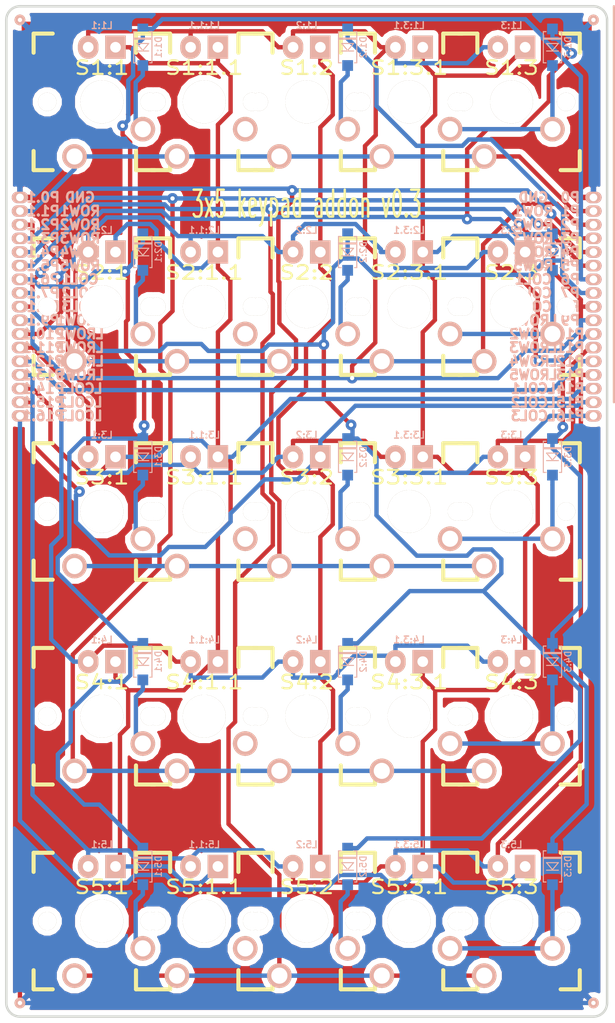
<source format=kicad_pcb>
(kicad_pcb (version 3) (host pcbnew "(2013-02-13 BZR 3947)-testing")
  (title_block (title "3x5 Addon") (rev 3) (company Regack))
  (layers (15 Front signal) (0 Back signal) (20 B.SilkS user) (21 F.SilkS user) (22 B.Mask user) (23 F.Mask user) (28 Edge.Cuts user))
  (net 0 "")
  (net 1 GND)
  (net 2 N-000001)
  (net 3 N-0000012)
  (net 4 N-0000013)
  (net 5 N-0000014)
  (net 6 N-0000015)
  (net 7 N-0000016)
  (net 8 N-0000017)
  (net 9 N-0000018)
  (net 10 N-0000019)
  (net 11 N-000002)
  (net 12 N-0000020)
  (net 13 N-0000021)
  (net 14 N-0000022)
  (net 15 N-0000023)
  (net 16 N-0000024)
  (net 17 N-0000025)
  (net 18 N-0000026)
  (net 19 N-0000027)
  (net 20 N-0000028)
  (net 21 N-0000029)
  (net 22 N-000003)
  (net 23 N-0000030)
  (net 24 N-0000031)
  (net 25 N-0000032)
  (net 26 N-0000033)
  (net 27 N-0000034)
  (net 28 N-0000035)
  (net 29 N-0000036)
  (net 30 N-000004)
  (net 31 N-000005)
  (net 32 N-000006)
  (module Pad_50mil (layer Back) (at 116.84 99.06 270)
    (fp_text reference P12 (at 0 2.159 540) (layer B.SilkS) (effects (font (size 0.9 0.9) (thickness 0.225)) (justify mirror)))
    (fp_text value LROW4 (at 0 5.588 540) (layer B.SilkS) (effects (font (size 0.9 0.9) (thickness 0.225)) (justify mirror)))
    (pad 1 thru_hole oval (at 0 0 270) (size 1.0668 1.524) (drill 0.7112) (layers *.Cu *.Mask B.SilkS) (net 32 N-000006))
  )
  (module Pad_50mil (layer Back) (at 116.84 97.79 270)
    (fp_text reference P11 (at 0 2.159 540) (layer B.SilkS) (effects (font (size 0.9 0.9) (thickness 0.225)) (justify mirror)))
    (fp_text value LROW3 (at 0 5.588 540) (layer B.SilkS) (effects (font (size 0.9 0.9) (thickness 0.225)) (justify mirror)))
    (pad 1 thru_hole oval (at 0 0 270) (size 1.0668 1.524) (drill 0.7112) (layers *.Cu *.Mask B.SilkS) (net 2 N-000001))
  )
  (module Pad_50mil (layer Back) (at 116.84 96.52 270)
    (fp_text reference P10 (at 0 2.159 540) (layer B.SilkS) (effects (font (size 0.9 0.9) (thickness 0.225)) (justify mirror)))
    (fp_text value LROW2 (at 0 5.588 540) (layer B.SilkS) (effects (font (size 0.9 0.9) (thickness 0.225)) (justify mirror)))
    (pad 1 thru_hole oval (at 0 0 270) (size 1.0668 1.524) (drill 0.7112) (layers *.Cu *.Mask B.SilkS) (net 18 N-0000026))
  )
  (module Pad_50mil (layer Back) (at 116.84 86.36 270)
    (fp_text reference P2 (at 0 2.159 540) (layer B.SilkS) (effects (font (size 0.9 0.9) (thickness 0.225)) (justify mirror)))
    (fp_text value ROW2 (at 0 5.588 540) (layer B.SilkS) (effects (font (size 0.9 0.9) (thickness 0.225)) (justify mirror)))
    (pad 1 thru_hole oval (at 0 0 270) (size 1.0668 1.524) (drill 0.7112) (layers *.Cu *.Mask B.SilkS) (net 15 N-0000023))
  )
  (module Pad_50mil (layer Back) (at 116.84 85.09 270)
    (fp_text reference P1 (at 0 2.159 540) (layer B.SilkS) (effects (font (size 0.9 0.9) (thickness 0.225)) (justify mirror)))
    (fp_text value ROW1 (at 0 5.588 540) (layer B.SilkS) (effects (font (size 0.9 0.9) (thickness 0.225)) (justify mirror)))
    (pad 1 thru_hole oval (at 0 0 270) (size 1.0668 1.524) (drill 0.7112) (layers *.Cu *.Mask B.SilkS) (net 17 N-0000025))
  )
  (module Pad_50mil (layer Back) (at 116.84 87.63 270)
    (fp_text reference P3 (at 0 2.159 540) (layer B.SilkS) (effects (font (size 0.9 0.9) (thickness 0.225)) (justify mirror)))
    (fp_text value ROW3 (at 0 5.588 540) (layer B.SilkS) (effects (font (size 0.9 0.9) (thickness 0.225)) (justify mirror)))
    (pad 1 thru_hole oval (at 0 0 270) (size 1.0668 1.524) (drill 0.7112) (layers *.Cu *.Mask B.SilkS) (net 26 N-0000033))
  )
  (module Pad_50mil (layer Back) (at 116.84 88.9 270)
    (fp_text reference P4 (at 0 2.159 540) (layer B.SilkS) (effects (font (size 0.9 0.9) (thickness 0.225)) (justify mirror)))
    (fp_text value ROW4 (at 0 5.588 540) (layer B.SilkS) (effects (font (size 0.9 0.9) (thickness 0.225)) (justify mirror)))
    (pad 1 thru_hole oval (at 0 0 270) (size 1.0668 1.524) (drill 0.7112) (layers *.Cu *.Mask B.SilkS) (net 29 N-0000036))
  )
  (module Pad_50mil (layer Back) (at 116.84 90.17 270)
    (fp_text reference P5 (at 0 2.159 540) (layer B.SilkS) (effects (font (size 0.9 0.9) (thickness 0.225)) (justify mirror)))
    (fp_text value ROW5 (at 0 5.588 540) (layer B.SilkS) (effects (font (size 0.9 0.9) (thickness 0.225)) (justify mirror)))
    (pad 1 thru_hole oval (at 0 0 270) (size 1.0668 1.524) (drill 0.7112) (layers *.Cu *.Mask B.SilkS) (net 22 N-000003))
  )
  (module Pad_50mil (layer Back) (at 116.84 91.44 270)
    (fp_text reference P6 (at 0 2.159 540) (layer B.SilkS) (effects (font (size 0.9 0.9) (thickness 0.225)) (justify mirror)))
    (fp_text value COL1 (at 0 5.588 540) (layer B.SilkS) (effects (font (size 0.9 0.9) (thickness 0.225)) (justify mirror)))
    (pad 1 thru_hole oval (at 0 0 270) (size 1.0668 1.524) (drill 0.7112) (layers *.Cu *.Mask B.SilkS) (net 20 N-0000028))
  )
  (module Pad_50mil (layer Back) (at 116.84 92.71 270)
    (fp_text reference P7 (at 0 2.159 540) (layer B.SilkS) (effects (font (size 0.9 0.9) (thickness 0.225)) (justify mirror)))
    (fp_text value COL2 (at 0 5.588 540) (layer B.SilkS) (effects (font (size 0.9 0.9) (thickness 0.225)) (justify mirror)))
    (pad 1 thru_hole oval (at 0 0 270) (size 1.0668 1.524) (drill 0.7112) (layers *.Cu *.Mask B.SilkS) (net 8 N-0000017))
  )
  (module Pad_50mil (layer Back) (at 116.84 93.98 270)
    (fp_text reference P8 (at 0 2.159 540) (layer B.SilkS) (effects (font (size 0.9 0.9) (thickness 0.225)) (justify mirror)))
    (fp_text value COL3 (at 0 5.588 540) (layer B.SilkS) (effects (font (size 0.9 0.9) (thickness 0.225)) (justify mirror)))
    (pad 1 thru_hole oval (at 0 0 270) (size 1.0668 1.524) (drill 0.7112) (layers *.Cu *.Mask B.SilkS) (net 12 N-0000020))
  )
  (module Pad_50mil (layer Back) (at 116.84 95.25 270)
    (fp_text reference P9 (at 0 2.159 540) (layer B.SilkS) (effects (font (size 0.9 0.9) (thickness 0.225)) (justify mirror)))
    (fp_text value LROW1 (at 0 5.588 540) (layer B.SilkS) (effects (font (size 0.9 0.9) (thickness 0.225)) (justify mirror)))
    (pad 1 thru_hole oval (at 0 0 270) (size 1.0668 1.524) (drill 0.7112) (layers *.Cu *.Mask B.SilkS) (net 19 N-0000027))
  )
  (module CHERRY_MX_LED (layer Back) (at 71.12 74.93)
    (fp_text reference L1:1 (at 0 -7.112) (layer B.SilkS) (effects (font (size 0.635 0.635) (thickness 0.127)) (justify mirror)))
    (fp_text value LED hide)
    (pad C thru_hole oval (at -1.27 -5.08) (size 1.905 2.159) (drill 0.9906) (layers *.Cu *.SilkS *.Mask) (net 19 N-0000027))
    (pad A thru_hole rect (at 1.27 -5.08) (size 1.905 2.159) (drill 0.9906) (layers *.Cu *.SilkS *.Mask) (net 28 N-0000035))
  )
  (module CHERRY_MX_LED (layer Back) (at 90.17 74.93)
    (fp_text reference L1:2 (at 0 -7.112) (layer B.SilkS) (effects (font (size 0.635 0.635) (thickness 0.127)) (justify mirror)))
    (fp_text value LED hide)
    (pad C thru_hole oval (at -1.27 -5.08) (size 1.905 2.159) (drill 0.9906) (layers *.Cu *.SilkS *.Mask) (net 19 N-0000027))
    (pad A thru_hole rect (at 1.27 -5.08) (size 1.905 2.159) (drill 0.9906) (layers *.Cu *.SilkS *.Mask) (net 27 N-0000034))
  )
  (module CHERRY_MX_LED (layer Back) (at 71.12 93.98)
    (fp_text reference L2:1 (at 0 -7.112) (layer B.SilkS) (effects (font (size 0.635 0.635) (thickness 0.127)) (justify mirror)))
    (fp_text value LED hide)
    (pad C thru_hole oval (at -1.27 -5.08) (size 1.905 2.159) (drill 0.9906) (layers *.Cu *.SilkS *.Mask) (net 18 N-0000026))
    (pad A thru_hole rect (at 1.27 -5.08) (size 1.905 2.159) (drill 0.9906) (layers *.Cu *.SilkS *.Mask) (net 28 N-0000035))
  )
  (module CHERRY_MX_LED (layer Back) (at 90.17 93.98)
    (fp_text reference L2:2 (at 0 -7.112) (layer B.SilkS) (effects (font (size 0.635 0.635) (thickness 0.127)) (justify mirror)))
    (fp_text value LED hide)
    (pad C thru_hole oval (at -1.27 -5.08) (size 1.905 2.159) (drill 0.9906) (layers *.Cu *.SilkS *.Mask) (net 18 N-0000026))
    (pad A thru_hole rect (at 1.27 -5.08) (size 1.905 2.159) (drill 0.9906) (layers *.Cu *.SilkS *.Mask) (net 27 N-0000034))
  )
  (module Pad_Gnd (layer Front) (at 63.5 67.31)
    (fp_text reference P100 hide)
    (fp_text value GND hide)
    (pad 1 thru_hole circle (at 0 0) (size 1 1) (drill 0.4) (layers *.Cu *.SilkS *.Mask) (net 1 GND))
  )
  (module Pad_Gnd (layer Front) (at 116.84 67.31)
    (fp_text reference P101 hide)
    (fp_text value GND hide)
    (pad 1 thru_hole circle (at 0 0) (size 1 1) (drill 0.4) (layers *.Cu *.SilkS *.Mask) (net 1 GND))
  )
  (module Pad_Gnd (layer Front) (at 63.5 158.75)
    (fp_text reference P103 hide)
    (fp_text value GND hide)
    (pad 1 thru_hole circle (at 0 0) (size 1 1) (drill 0.4) (layers *.Cu *.SilkS *.Mask) (net 1 GND))
  )
  (module Pad_Gnd (layer Front) (at 116.84 158.75)
    (fp_text reference P102 hide)
    (fp_text value GND hide)
    (pad 1 thru_hole circle (at 0 0) (size 1 1) (drill 0.4) (layers *.Cu *.SilkS *.Mask) (net 1 GND))
  )
  (module CHERRY_PCB_100H_Plated (layer Front) (at 109.22 74.93 180)
    (fp_text reference S1:3 (at 0 3.175 180) (layer F.SilkS) (effects (font (size 1.27 1.524) (thickness 0.2032))))
    (fp_text value MX1A hide)
    (pad 1 thru_hole circle (at 2.54 -5.08 180) (size 2.286 2.286) (drill 1.498599) (layers *.Cu *.SilkS *.Mask) (net 17 N-0000025))
    (pad 2 thru_hole circle (at -3.81 -2.54 180) (size 2.286 2.286) (drill 1.498599) (layers *.Cu *.SilkS *.Mask) (net 7 N-0000016))
    (pad HOLE thru_hole circle (at 0 0 180) (size 3.9878 3.9878) (drill 3.9878) (layers *.Cu *.Mask F.SilkS))
    (pad HOLE thru_hole circle (at -5.08 0 180) (size 1.7018 1.7018) (drill 1.701799) (layers *.Cu *.Mask F.SilkS))
    (pad HOLE thru_hole circle (at 5.08 0 180) (size 1.7018 1.7018) (drill 1.701799) (layers *.Cu *.Mask F.SilkS))
  )
  (module CHERRY_PCB_100H_Plated (layer Front) (at 109.22 93.98 180)
    (fp_text reference S2:3 (at 0 3.175 180) (layer F.SilkS) (effects (font (size 1.27 1.524) (thickness 0.2032))))
    (fp_text value MX1A hide)
    (pad 1 thru_hole circle (at 2.54 -5.08 180) (size 2.286 2.286) (drill 1.498599) (layers *.Cu *.SilkS *.Mask) (net 15 N-0000023))
    (pad 2 thru_hole circle (at -3.81 -2.54 180) (size 2.286 2.286) (drill 1.498599) (layers *.Cu *.SilkS *.Mask) (net 6 N-0000015))
    (pad HOLE thru_hole circle (at 0 0 180) (size 3.9878 3.9878) (drill 3.9878) (layers *.Cu *.Mask F.SilkS))
    (pad HOLE thru_hole circle (at -5.08 0 180) (size 1.7018 1.7018) (drill 1.701799) (layers *.Cu *.Mask F.SilkS))
    (pad HOLE thru_hole circle (at 5.08 0 180) (size 1.7018 1.7018) (drill 1.701799) (layers *.Cu *.Mask F.SilkS))
  )
  (module CHERRY_PCB_100H_Plated (layer Front) (at 90.17 74.93 180)
    (fp_text reference S1:2 (at 0 3.175 180) (layer F.SilkS) (effects (font (size 1.27 1.524) (thickness 0.2032))))
    (fp_text value MX1A hide)
    (pad 1 thru_hole circle (at 2.54 -5.08 180) (size 2.286 2.286) (drill 1.498599) (layers *.Cu *.SilkS *.Mask) (net 17 N-0000025))
    (pad 2 thru_hole circle (at -3.81 -2.54 180) (size 2.286 2.286) (drill 1.498599) (layers *.Cu *.SilkS *.Mask) (net 9 N-0000018))
    (pad HOLE thru_hole circle (at 0 0 180) (size 3.9878 3.9878) (drill 3.9878) (layers *.Cu *.Mask F.SilkS))
    (pad HOLE thru_hole circle (at -5.08 0 180) (size 1.7018 1.7018) (drill 1.701799) (layers *.Cu *.Mask F.SilkS))
    (pad HOLE thru_hole circle (at 5.08 0 180) (size 1.7018 1.7018) (drill 1.701799) (layers *.Cu *.Mask F.SilkS))
  )
  (module CHERRY_PCB_100H_Plated (layer Front) (at 90.17 93.98 180)
    (fp_text reference S2:2 (at 0 3.175 180) (layer F.SilkS) (effects (font (size 1.27 1.524) (thickness 0.2032))))
    (fp_text value MX1A hide)
    (pad 1 thru_hole circle (at 2.54 -5.08 180) (size 2.286 2.286) (drill 1.498599) (layers *.Cu *.SilkS *.Mask) (net 15 N-0000023))
    (pad 2 thru_hole circle (at -3.81 -2.54 180) (size 2.286 2.286) (drill 1.498599) (layers *.Cu *.SilkS *.Mask) (net 13 N-0000021))
    (pad HOLE thru_hole circle (at 0 0 180) (size 3.9878 3.9878) (drill 3.9878) (layers *.Cu *.Mask F.SilkS))
    (pad HOLE thru_hole circle (at -5.08 0 180) (size 1.7018 1.7018) (drill 1.701799) (layers *.Cu *.Mask F.SilkS))
    (pad HOLE thru_hole circle (at 5.08 0 180) (size 1.7018 1.7018) (drill 1.701799) (layers *.Cu *.Mask F.SilkS))
  )
  (module CHERRY_PCB_100H_Plated (layer Front) (at 71.12 93.98 180)
    (fp_text reference S2:1 (at 0 3.175 180) (layer F.SilkS) (effects (font (size 1.27 1.524) (thickness 0.2032))))
    (fp_text value MX1A hide)
    (pad 1 thru_hole circle (at 2.54 -5.08 180) (size 2.286 2.286) (drill 1.498599) (layers *.Cu *.SilkS *.Mask) (net 15 N-0000023))
    (pad 2 thru_hole circle (at -3.81 -2.54 180) (size 2.286 2.286) (drill 1.498599) (layers *.Cu *.SilkS *.Mask) (net 14 N-0000022))
    (pad HOLE thru_hole circle (at 0 0 180) (size 3.9878 3.9878) (drill 3.9878) (layers *.Cu *.Mask F.SilkS))
    (pad HOLE thru_hole circle (at -5.08 0 180) (size 1.7018 1.7018) (drill 1.701799) (layers *.Cu *.Mask F.SilkS))
    (pad HOLE thru_hole circle (at 5.08 0 180) (size 1.7018 1.7018) (drill 1.701799) (layers *.Cu *.Mask F.SilkS))
  )
  (module CHERRY_PCB_100H_Plated (layer Front) (at 71.12 74.93 180)
    (fp_text reference S1:1 (at 0 3.175 180) (layer F.SilkS) (effects (font (size 1.27 1.524) (thickness 0.2032))))
    (fp_text value MX1A hide)
    (pad 1 thru_hole circle (at 2.54 -5.08 180) (size 2.286 2.286) (drill 1.498599) (layers *.Cu *.SilkS *.Mask) (net 17 N-0000025))
    (pad 2 thru_hole circle (at -3.81 -2.54 180) (size 2.286 2.286) (drill 1.498599) (layers *.Cu *.SilkS *.Mask) (net 16 N-0000024))
    (pad HOLE thru_hole circle (at 0 0 180) (size 3.9878 3.9878) (drill 3.9878) (layers *.Cu *.Mask F.SilkS))
    (pad HOLE thru_hole circle (at -5.08 0 180) (size 1.7018 1.7018) (drill 1.701799) (layers *.Cu *.Mask F.SilkS))
    (pad HOLE thru_hole circle (at 5.08 0 180) (size 1.7018 1.7018) (drill 1.701799) (layers *.Cu *.Mask F.SilkS))
  )
  (module CHERRY_MX_LED (layer Back) (at 109.22 74.93)
    (fp_text reference L1:3 (at 0 -7.112) (layer B.SilkS) (effects (font (size 0.635 0.635) (thickness 0.127)) (justify mirror)))
    (fp_text value LED hide)
    (pad C thru_hole oval (at -1.27 -5.08) (size 1.905 2.159) (drill 0.9906) (layers *.Cu *.SilkS *.Mask) (net 19 N-0000027))
    (pad A thru_hole rect (at 1.27 -5.08) (size 1.905 2.159) (drill 0.9906) (layers *.Cu *.SilkS *.Mask) (net 10 N-0000019))
  )
  (module CHERRY_MX_LED (layer Back) (at 109.22 93.98)
    (fp_text reference L2:3 (at 0 -7.112) (layer B.SilkS) (effects (font (size 0.635 0.635) (thickness 0.127)) (justify mirror)))
    (fp_text value LED hide)
    (pad C thru_hole oval (at -1.27 -5.08) (size 1.905 2.159) (drill 0.9906) (layers *.Cu *.SilkS *.Mask) (net 18 N-0000026))
    (pad A thru_hole rect (at 1.27 -5.08) (size 1.905 2.159) (drill 0.9906) (layers *.Cu *.SilkS *.Mask) (net 10 N-0000019))
  )
  (module Pad_50mil (layer Back) (at 116.84 83.82 270)
    (fp_text reference P0 (at 0 2.159 540) (layer B.SilkS) (effects (font (size 0.9 0.9) (thickness 0.225)) (justify mirror)))
    (fp_text value GND (at 0 5.588 540) (layer B.SilkS) (effects (font (size 0.9 0.9) (thickness 0.225)) (justify mirror)))
    (pad 1 thru_hole oval (at 0 0 270) (size 1.0668 1.524) (drill 0.7112) (layers *.Cu *.Mask B.SilkS) (net 1 GND))
  )
  (module Pad_50mil (layer Back) (at 116.84 100.33 270)
    (fp_text reference P13 (at 0 2.159 540) (layer B.SilkS) (effects (font (size 0.9 0.9) (thickness 0.225)) (justify mirror)))
    (fp_text value LROW5 (at 0 5.588 540) (layer B.SilkS) (effects (font (size 0.9 0.9) (thickness 0.225)) (justify mirror)))
    (pad 1 thru_hole oval (at 0 0 270) (size 1.0668 1.524) (drill 0.7112) (layers *.Cu *.Mask B.SilkS) (net 11 N-000002))
  )
  (module Pad_50mil (layer Back) (at 116.84 101.6 270)
    (fp_text reference P14 (at 0 2.159 540) (layer B.SilkS) (effects (font (size 0.9 0.9) (thickness 0.225)) (justify mirror)))
    (fp_text value LCOL1 (at 0 5.588 540) (layer B.SilkS) (effects (font (size 0.9 0.9) (thickness 0.225)) (justify mirror)))
    (pad 1 thru_hole oval (at 0 0 270) (size 1.0668 1.524) (drill 0.7112) (layers *.Cu *.Mask B.SilkS) (net 28 N-0000035))
  )
  (module Pad_50mil (layer Back) (at 116.84 102.87 270)
    (fp_text reference P15 (at 0 2.159 540) (layer B.SilkS) (effects (font (size 0.9 0.9) (thickness 0.225)) (justify mirror)))
    (fp_text value LCOL2 (at 0 5.588 540) (layer B.SilkS) (effects (font (size 0.9 0.9) (thickness 0.225)) (justify mirror)))
    (pad 1 thru_hole oval (at 0 0 270) (size 1.0668 1.524) (drill 0.7112) (layers *.Cu *.Mask B.SilkS) (net 27 N-0000034))
  )
  (module Pad_50mil (layer Back) (at 116.84 104.14 270)
    (fp_text reference P16 (at 0 2.159 540) (layer B.SilkS) (effects (font (size 0.9 0.9) (thickness 0.225)) (justify mirror)))
    (fp_text value LCOL3 (at 0 5.588 540) (layer B.SilkS) (effects (font (size 0.9 0.9) (thickness 0.225)) (justify mirror)))
    (pad 1 thru_hole oval (at 0 0 270) (size 1.0668 1.524) (drill 0.7112) (layers *.Cu *.Mask B.SilkS) (net 10 N-0000019))
  )
  (module CHERRY_PCB_100H_Plated (layer Front) (at 71.12 113.03 180)
    (fp_text reference S3:1 (at 0 3.175 180) (layer F.SilkS) (effects (font (size 1.27 1.524) (thickness 0.2032))))
    (fp_text value MX1A hide)
    (pad 1 thru_hole circle (at 2.54 -5.08 180) (size 2.286 2.286) (drill 1.498599) (layers *.Cu *.SilkS *.Mask) (net 26 N-0000033))
    (pad 2 thru_hole circle (at -3.81 -2.54 180) (size 2.286 2.286) (drill 1.498599) (layers *.Cu *.SilkS *.Mask) (net 25 N-0000032))
    (pad HOLE thru_hole circle (at 0 0 180) (size 3.9878 3.9878) (drill 3.9878) (layers *.Cu *.Mask F.SilkS))
    (pad HOLE thru_hole circle (at -5.08 0 180) (size 1.7018 1.7018) (drill 1.701799) (layers *.Cu *.Mask F.SilkS))
    (pad HOLE thru_hole circle (at 5.08 0 180) (size 1.7018 1.7018) (drill 1.701799) (layers *.Cu *.Mask F.SilkS))
  )
  (module CHERRY_PCB_100H_Plated (layer Front) (at 109.22 151.13 180)
    (fp_text reference S5:3 (at 0 3.175 180) (layer F.SilkS) (effects (font (size 1.27 1.524) (thickness 0.2032))))
    (fp_text value MX1A hide)
    (pad 1 thru_hole circle (at 2.54 -5.08 180) (size 2.286 2.286) (drill 1.498599) (layers *.Cu *.SilkS *.Mask) (net 22 N-000003))
    (pad 2 thru_hole circle (at -3.81 -2.54 180) (size 2.286 2.286) (drill 1.498599) (layers *.Cu *.SilkS *.Mask) (net 3 N-0000012))
    (pad HOLE thru_hole circle (at 0 0 180) (size 3.9878 3.9878) (drill 3.9878) (layers *.Cu *.Mask F.SilkS))
    (pad HOLE thru_hole circle (at -5.08 0 180) (size 1.7018 1.7018) (drill 1.701799) (layers *.Cu *.Mask F.SilkS))
    (pad HOLE thru_hole circle (at 5.08 0 180) (size 1.7018 1.7018) (drill 1.701799) (layers *.Cu *.Mask F.SilkS))
  )
  (module CHERRY_PCB_100H_Plated (layer Front) (at 90.17 151.13 180)
    (fp_text reference S5:2 (at 0 3.175 180) (layer F.SilkS) (effects (font (size 1.27 1.524) (thickness 0.2032))))
    (fp_text value MX1A hide)
    (pad 1 thru_hole circle (at 2.54 -5.08 180) (size 2.286 2.286) (drill 1.498599) (layers *.Cu *.SilkS *.Mask) (net 22 N-000003))
    (pad 2 thru_hole circle (at -3.81 -2.54 180) (size 2.286 2.286) (drill 1.498599) (layers *.Cu *.SilkS *.Mask) (net 30 N-000004))
    (pad HOLE thru_hole circle (at 0 0 180) (size 3.9878 3.9878) (drill 3.9878) (layers *.Cu *.Mask F.SilkS))
    (pad HOLE thru_hole circle (at -5.08 0 180) (size 1.7018 1.7018) (drill 1.701799) (layers *.Cu *.Mask F.SilkS))
    (pad HOLE thru_hole circle (at 5.08 0 180) (size 1.7018 1.7018) (drill 1.701799) (layers *.Cu *.Mask F.SilkS))
  )
  (module CHERRY_PCB_100H_Plated (layer Front) (at 109.22 132.08 180)
    (fp_text reference S4:3 (at 0 3.175 180) (layer F.SilkS) (effects (font (size 1.27 1.524) (thickness 0.2032))))
    (fp_text value MX1A hide)
    (pad 1 thru_hole circle (at 2.54 -5.08 180) (size 2.286 2.286) (drill 1.498599) (layers *.Cu *.SilkS *.Mask) (net 29 N-0000036))
    (pad 2 thru_hole circle (at -3.81 -2.54 180) (size 2.286 2.286) (drill 1.498599) (layers *.Cu *.SilkS *.Mask) (net 4 N-0000013))
    (pad HOLE thru_hole circle (at 0 0 180) (size 3.9878 3.9878) (drill 3.9878) (layers *.Cu *.Mask F.SilkS))
    (pad HOLE thru_hole circle (at -5.08 0 180) (size 1.7018 1.7018) (drill 1.701799) (layers *.Cu *.Mask F.SilkS))
    (pad HOLE thru_hole circle (at 5.08 0 180) (size 1.7018 1.7018) (drill 1.701799) (layers *.Cu *.Mask F.SilkS))
  )
  (module CHERRY_PCB_100H_Plated (layer Front) (at 71.12 132.08 180)
    (fp_text reference S4:1 (at 0 3.175 180) (layer F.SilkS) (effects (font (size 1.27 1.524) (thickness 0.2032))))
    (fp_text value MX1A hide)
    (pad 1 thru_hole circle (at 2.54 -5.08 180) (size 2.286 2.286) (drill 1.498599) (layers *.Cu *.SilkS *.Mask) (net 29 N-0000036))
    (pad 2 thru_hole circle (at -3.81 -2.54 180) (size 2.286 2.286) (drill 1.498599) (layers *.Cu *.SilkS *.Mask) (net 23 N-0000030))
    (pad HOLE thru_hole circle (at 0 0 180) (size 3.9878 3.9878) (drill 3.9878) (layers *.Cu *.Mask F.SilkS))
    (pad HOLE thru_hole circle (at -5.08 0 180) (size 1.7018 1.7018) (drill 1.701799) (layers *.Cu *.Mask F.SilkS))
    (pad HOLE thru_hole circle (at 5.08 0 180) (size 1.7018 1.7018) (drill 1.701799) (layers *.Cu *.Mask F.SilkS))
  )
  (module CHERRY_PCB_100H_Plated (layer Front) (at 71.12 151.13 180)
    (fp_text reference S5:1 (at 0 3.175 180) (layer F.SilkS) (effects (font (size 1.27 1.524) (thickness 0.2032))))
    (fp_text value MX1A hide)
    (pad 1 thru_hole circle (at 2.54 -5.08 180) (size 2.286 2.286) (drill 1.498599) (layers *.Cu *.SilkS *.Mask) (net 22 N-000003))
    (pad 2 thru_hole circle (at -3.81 -2.54 180) (size 2.286 2.286) (drill 1.498599) (layers *.Cu *.SilkS *.Mask) (net 21 N-0000029))
    (pad HOLE thru_hole circle (at 0 0 180) (size 3.9878 3.9878) (drill 3.9878) (layers *.Cu *.Mask F.SilkS))
    (pad HOLE thru_hole circle (at -5.08 0 180) (size 1.7018 1.7018) (drill 1.701799) (layers *.Cu *.Mask F.SilkS))
    (pad HOLE thru_hole circle (at 5.08 0 180) (size 1.7018 1.7018) (drill 1.701799) (layers *.Cu *.Mask F.SilkS))
  )
  (module CHERRY_PCB_100H_Plated (layer Front) (at 90.17 113.03 180)
    (fp_text reference S3:2 (at 0 3.175 180) (layer F.SilkS) (effects (font (size 1.27 1.524) (thickness 0.2032))))
    (fp_text value MX1A hide)
    (pad 1 thru_hole circle (at 2.54 -5.08 180) (size 2.286 2.286) (drill 1.498599) (layers *.Cu *.SilkS *.Mask) (net 26 N-0000033))
    (pad 2 thru_hole circle (at -3.81 -2.54 180) (size 2.286 2.286) (drill 1.498599) (layers *.Cu *.SilkS *.Mask) (net 24 N-0000031))
    (pad HOLE thru_hole circle (at 0 0 180) (size 3.9878 3.9878) (drill 3.9878) (layers *.Cu *.Mask F.SilkS))
    (pad HOLE thru_hole circle (at -5.08 0 180) (size 1.7018 1.7018) (drill 1.701799) (layers *.Cu *.Mask F.SilkS))
    (pad HOLE thru_hole circle (at 5.08 0 180) (size 1.7018 1.7018) (drill 1.701799) (layers *.Cu *.Mask F.SilkS))
  )
  (module CHERRY_PCB_100H_Plated (layer Front) (at 109.22 113.03 180)
    (fp_text reference S3:3 (at 0 3.175 180) (layer F.SilkS) (effects (font (size 1.27 1.524) (thickness 0.2032))))
    (fp_text value MX1A hide)
    (pad 1 thru_hole circle (at 2.54 -5.08 180) (size 2.286 2.286) (drill 1.498599) (layers *.Cu *.SilkS *.Mask) (net 26 N-0000033))
    (pad 2 thru_hole circle (at -3.81 -2.54 180) (size 2.286 2.286) (drill 1.498599) (layers *.Cu *.SilkS *.Mask) (net 5 N-0000014))
    (pad HOLE thru_hole circle (at 0 0 180) (size 3.9878 3.9878) (drill 3.9878) (layers *.Cu *.Mask F.SilkS))
    (pad HOLE thru_hole circle (at -5.08 0 180) (size 1.7018 1.7018) (drill 1.701799) (layers *.Cu *.Mask F.SilkS))
    (pad HOLE thru_hole circle (at 5.08 0 180) (size 1.7018 1.7018) (drill 1.701799) (layers *.Cu *.Mask F.SilkS))
  )
  (module CHERRY_PCB_100H_Plated (layer Front) (at 90.17 132.08 180)
    (fp_text reference S4:2 (at 0 3.175 180) (layer F.SilkS) (effects (font (size 1.27 1.524) (thickness 0.2032))))
    (fp_text value MX1A hide)
    (pad 1 thru_hole circle (at 2.54 -5.08 180) (size 2.286 2.286) (drill 1.498599) (layers *.Cu *.SilkS *.Mask) (net 29 N-0000036))
    (pad 2 thru_hole circle (at -3.81 -2.54 180) (size 2.286 2.286) (drill 1.498599) (layers *.Cu *.SilkS *.Mask) (net 31 N-000005))
    (pad HOLE thru_hole circle (at 0 0 180) (size 3.9878 3.9878) (drill 3.9878) (layers *.Cu *.Mask F.SilkS))
    (pad HOLE thru_hole circle (at -5.08 0 180) (size 1.7018 1.7018) (drill 1.701799) (layers *.Cu *.Mask F.SilkS))
    (pad HOLE thru_hole circle (at 5.08 0 180) (size 1.7018 1.7018) (drill 1.701799) (layers *.Cu *.Mask F.SilkS))
  )
  (module CHERRY_MX_LED (layer Back) (at 71.12 113.03)
    (fp_text reference L3:1 (at 0 -7.112) (layer B.SilkS) (effects (font (size 0.635 0.635) (thickness 0.127)) (justify mirror)))
    (fp_text value LED hide)
    (pad C thru_hole oval (at -1.27 -5.08) (size 1.905 2.159) (drill 0.9906) (layers *.Cu *.SilkS *.Mask) (net 2 N-000001))
    (pad A thru_hole rect (at 1.27 -5.08) (size 1.905 2.159) (drill 0.9906) (layers *.Cu *.SilkS *.Mask) (net 28 N-0000035))
  )
  (module CHERRY_MX_LED (layer Back) (at 71.12 132.08)
    (fp_text reference L4:1 (at 0 -7.112) (layer B.SilkS) (effects (font (size 0.635 0.635) (thickness 0.127)) (justify mirror)))
    (fp_text value LED hide)
    (pad C thru_hole oval (at -1.27 -5.08) (size 1.905 2.159) (drill 0.9906) (layers *.Cu *.SilkS *.Mask) (net 32 N-000006))
    (pad A thru_hole rect (at 1.27 -5.08) (size 1.905 2.159) (drill 0.9906) (layers *.Cu *.SilkS *.Mask) (net 28 N-0000035))
  )
  (module CHERRY_MX_LED (layer Back) (at 71.12 151.13)
    (fp_text reference L5:1 (at 0 -7.112) (layer B.SilkS) (effects (font (size 0.635 0.635) (thickness 0.127)) (justify mirror)))
    (fp_text value LED hide)
    (pad C thru_hole oval (at -1.27 -5.08) (size 1.905 2.159) (drill 0.9906) (layers *.Cu *.SilkS *.Mask) (net 11 N-000002))
    (pad A thru_hole rect (at 1.27 -5.08) (size 1.905 2.159) (drill 0.9906) (layers *.Cu *.SilkS *.Mask) (net 28 N-0000035))
  )
  (module CHERRY_MX_LED (layer Back) (at 90.17 113.03)
    (fp_text reference L3:2 (at 0 -7.112) (layer B.SilkS) (effects (font (size 0.635 0.635) (thickness 0.127)) (justify mirror)))
    (fp_text value LED hide)
    (pad C thru_hole oval (at -1.27 -5.08) (size 1.905 2.159) (drill 0.9906) (layers *.Cu *.SilkS *.Mask) (net 2 N-000001))
    (pad A thru_hole rect (at 1.27 -5.08) (size 1.905 2.159) (drill 0.9906) (layers *.Cu *.SilkS *.Mask) (net 27 N-0000034))
  )
  (module CHERRY_MX_LED (layer Back) (at 109.22 113.03)
    (fp_text reference L3:3 (at 0 -7.112) (layer B.SilkS) (effects (font (size 0.635 0.635) (thickness 0.127)) (justify mirror)))
    (fp_text value LED hide)
    (pad C thru_hole oval (at -1.27 -5.08) (size 1.905 2.159) (drill 0.9906) (layers *.Cu *.SilkS *.Mask) (net 2 N-000001))
    (pad A thru_hole rect (at 1.27 -5.08) (size 1.905 2.159) (drill 0.9906) (layers *.Cu *.SilkS *.Mask) (net 10 N-0000019))
  )
  (module CHERRY_MX_LED (layer Back) (at 90.17 132.08)
    (fp_text reference L4:2 (at 0 -7.112) (layer B.SilkS) (effects (font (size 0.635 0.635) (thickness 0.127)) (justify mirror)))
    (fp_text value LED hide)
    (pad C thru_hole oval (at -1.27 -5.08) (size 1.905 2.159) (drill 0.9906) (layers *.Cu *.SilkS *.Mask) (net 32 N-000006))
    (pad A thru_hole rect (at 1.27 -5.08) (size 1.905 2.159) (drill 0.9906) (layers *.Cu *.SilkS *.Mask) (net 27 N-0000034))
  )
  (module CHERRY_MX_LED (layer Back) (at 109.22 132.08)
    (fp_text reference L4:3 (at 0 -7.112) (layer B.SilkS) (effects (font (size 0.635 0.635) (thickness 0.127)) (justify mirror)))
    (fp_text value LED hide)
    (pad C thru_hole oval (at -1.27 -5.08) (size 1.905 2.159) (drill 0.9906) (layers *.Cu *.SilkS *.Mask) (net 32 N-000006))
    (pad A thru_hole rect (at 1.27 -5.08) (size 1.905 2.159) (drill 0.9906) (layers *.Cu *.SilkS *.Mask) (net 10 N-0000019))
  )
  (module CHERRY_MX_LED (layer Back) (at 90.17 151.13)
    (fp_text reference L5:2 (at 0 -7.112) (layer B.SilkS) (effects (font (size 0.635 0.635) (thickness 0.127)) (justify mirror)))
    (fp_text value LED hide)
    (pad C thru_hole oval (at -1.27 -5.08) (size 1.905 2.159) (drill 0.9906) (layers *.Cu *.SilkS *.Mask) (net 11 N-000002))
    (pad A thru_hole rect (at 1.27 -5.08) (size 1.905 2.159) (drill 0.9906) (layers *.Cu *.SilkS *.Mask) (net 27 N-0000034))
  )
  (module CHERRY_MX_LED (layer Back) (at 109.22 151.13)
    (fp_text reference L5:3 (at 0 -7.112) (layer B.SilkS) (effects (font (size 0.635 0.635) (thickness 0.127)) (justify mirror)))
    (fp_text value LED hide)
    (pad C thru_hole oval (at -1.27 -5.08) (size 1.905 2.159) (drill 0.9906) (layers *.Cu *.SilkS *.Mask) (net 11 N-000002))
    (pad A thru_hole rect (at 1.27 -5.08) (size 1.905 2.159) (drill 0.9906) (layers *.Cu *.SilkS *.Mask) (net 10 N-0000019))
  )
  (module Pad_50mil (layer Back) (at 63.5 85.09 90)
    (fp_text reference P1.1 (at 0 2.159 360) (layer B.SilkS) (effects (font (size 0.9 0.9) (thickness 0.225)) (justify mirror)))
    (fp_text value ROW1 (at 0 5.588 360) (layer B.SilkS) (effects (font (size 0.9 0.9) (thickness 0.225)) (justify mirror)))
    (pad 1 thru_hole oval (at 0 0 90) (size 1.0668 1.524) (drill 0.7112) (layers *.Cu *.Mask B.SilkS) (net 17 N-0000025))
  )
  (module Pad_50mil (layer Back) (at 63.5 86.36 90)
    (fp_text reference P2.1 (at 0 2.159 360) (layer B.SilkS) (effects (font (size 0.9 0.9) (thickness 0.225)) (justify mirror)))
    (fp_text value ROW2 (at 0 5.588 360) (layer B.SilkS) (effects (font (size 0.9 0.9) (thickness 0.225)) (justify mirror)))
    (pad 1 thru_hole oval (at 0 0 90) (size 1.0668 1.524) (drill 0.7112) (layers *.Cu *.Mask B.SilkS) (net 15 N-0000023))
  )
  (module Pad_50mil (layer Back) (at 63.5 91.44 90)
    (fp_text reference P6.1 (at 0 2.159 360) (layer B.SilkS) (effects (font (size 0.9 0.9) (thickness 0.225)) (justify mirror)))
    (fp_text value COL1 (at 0 5.588 360) (layer B.SilkS) (effects (font (size 0.9 0.9) (thickness 0.225)) (justify mirror)))
    (pad 1 thru_hole oval (at 0 0 90) (size 1.0668 1.524) (drill 0.7112) (layers *.Cu *.Mask B.SilkS) (net 20 N-0000028))
  )
  (module Pad_50mil (layer Back) (at 63.5 92.71 90)
    (fp_text reference P7.1 (at 0 2.159 360) (layer B.SilkS) (effects (font (size 0.9 0.9) (thickness 0.225)) (justify mirror)))
    (fp_text value COL2 (at 0 5.588 360) (layer B.SilkS) (effects (font (size 0.9 0.9) (thickness 0.225)) (justify mirror)))
    (pad 1 thru_hole oval (at 0 0 90) (size 1.0668 1.524) (drill 0.7112) (layers *.Cu *.Mask B.SilkS) (net 8 N-0000017))
  )
  (module Pad_50mil (layer Back) (at 63.5 93.98 90)
    (fp_text reference P8.1 (at 0 2.159 360) (layer B.SilkS) (effects (font (size 0.9 0.9) (thickness 0.225)) (justify mirror)))
    (fp_text value COL3 (at 0 5.588 360) (layer B.SilkS) (effects (font (size 0.9 0.9) (thickness 0.225)) (justify mirror)))
    (pad 1 thru_hole oval (at 0 0 90) (size 1.0668 1.524) (drill 0.7112) (layers *.Cu *.Mask B.SilkS) (net 12 N-0000020))
  )
  (module Pad_50mil (layer Back) (at 63.5 87.63 90)
    (fp_text reference P3.1 (at 0 2.159 360) (layer B.SilkS) (effects (font (size 0.9 0.9) (thickness 0.225)) (justify mirror)))
    (fp_text value ROW3 (at 0 5.588 360) (layer B.SilkS) (effects (font (size 0.9 0.9) (thickness 0.225)) (justify mirror)))
    (pad 1 thru_hole oval (at 0 0 90) (size 1.0668 1.524) (drill 0.7112) (layers *.Cu *.Mask B.SilkS) (net 26 N-0000033))
  )
  (module Pad_50mil (layer Back) (at 63.5 90.17 90)
    (fp_text reference P5.1 (at 0 2.159 360) (layer B.SilkS) (effects (font (size 0.9 0.9) (thickness 0.225)) (justify mirror)))
    (fp_text value ROW5 (at 0 5.588 360) (layer B.SilkS) (effects (font (size 0.9 0.9) (thickness 0.225)) (justify mirror)))
    (pad 1 thru_hole oval (at 0 0 90) (size 1.0668 1.524) (drill 0.7112) (layers *.Cu *.Mask B.SilkS) (net 22 N-000003))
  )
  (module Pad_50mil (layer Back) (at 63.5 88.9 90)
    (fp_text reference P4.1 (at 0 2.159 360) (layer B.SilkS) (effects (font (size 0.9 0.9) (thickness 0.225)) (justify mirror)))
    (fp_text value ROW4 (at 0 5.588 360) (layer B.SilkS) (effects (font (size 0.9 0.9) (thickness 0.225)) (justify mirror)))
    (pad 1 thru_hole oval (at 0 0 90) (size 1.0668 1.524) (drill 0.7112) (layers *.Cu *.Mask B.SilkS) (net 29 N-0000036))
  )
  (module Pad_50mil (layer Back) (at 63.5 101.6 90)
    (fp_text reference P14.1 (at 0 2.159 360) (layer B.SilkS) (effects (font (size 0.9 0.9) (thickness 0.225)) (justify mirror)))
    (fp_text value LCOL1 (at 0 5.588 360) (layer B.SilkS) (effects (font (size 0.9 0.9) (thickness 0.225)) (justify mirror)))
    (pad 1 thru_hole oval (at 0 0 90) (size 1.0668 1.524) (drill 0.7112) (layers *.Cu *.Mask B.SilkS) (net 28 N-0000035))
  )
  (module Pad_50mil (layer Back) (at 63.5 102.87 90)
    (fp_text reference P15.1 (at 0 2.159 360) (layer B.SilkS) (effects (font (size 0.9 0.9) (thickness 0.225)) (justify mirror)))
    (fp_text value LCOL2 (at 0 5.588 360) (layer B.SilkS) (effects (font (size 0.9 0.9) (thickness 0.225)) (justify mirror)))
    (pad 1 thru_hole oval (at 0 0 90) (size 1.0668 1.524) (drill 0.7112) (layers *.Cu *.Mask B.SilkS) (net 27 N-0000034))
  )
  (module Pad_50mil (layer Back) (at 63.5 104.14 90)
    (fp_text reference P16.1 (at 0 2.159 360) (layer B.SilkS) (effects (font (size 0.9 0.9) (thickness 0.225)) (justify mirror)))
    (fp_text value LCOL3 (at 0 5.588 360) (layer B.SilkS) (effects (font (size 0.9 0.9) (thickness 0.225)) (justify mirror)))
    (pad 1 thru_hole oval (at 0 0 90) (size 1.0668 1.524) (drill 0.7112) (layers *.Cu *.Mask B.SilkS) (net 10 N-0000019))
  )
  (module Pad_50mil (layer Back) (at 63.5 95.25 90)
    (fp_text reference P9.1 (at 0 2.159 360) (layer B.SilkS) (effects (font (size 0.9 0.9) (thickness 0.225)) (justify mirror)))
    (fp_text value LROW1 (at 0 5.588 360) (layer B.SilkS) (effects (font (size 0.9 0.9) (thickness 0.225)) (justify mirror)))
    (pad 1 thru_hole oval (at 0 0 90) (size 1.0668 1.524) (drill 0.7112) (layers *.Cu *.Mask B.SilkS) (net 19 N-0000027))
  )
  (module Pad_50mil (layer Back) (at 63.5 96.52 90)
    (fp_text reference P10.1 (at 0 2.159 360) (layer B.SilkS) (effects (font (size 0.9 0.9) (thickness 0.225)) (justify mirror)))
    (fp_text value LROW2 (at 0 5.588 360) (layer B.SilkS) (effects (font (size 0.9 0.9) (thickness 0.225)) (justify mirror)))
    (pad 1 thru_hole oval (at 0 0 90) (size 1.0668 1.524) (drill 0.7112) (layers *.Cu *.Mask B.SilkS) (net 18 N-0000026))
  )
  (module Pad_50mil (layer Back) (at 63.5 97.79 90)
    (fp_text reference P11.1 (at 0 2.159 360) (layer B.SilkS) (effects (font (size 0.9 0.9) (thickness 0.225)) (justify mirror)))
    (fp_text value LROW3 (at 0 5.588 360) (layer B.SilkS) (effects (font (size 0.9 0.9) (thickness 0.225)) (justify mirror)))
    (pad 1 thru_hole oval (at 0 0 90) (size 1.0668 1.524) (drill 0.7112) (layers *.Cu *.Mask B.SilkS) (net 2 N-000001))
  )
  (module Pad_50mil (layer Back) (at 63.5 99.06 90)
    (fp_text reference P12.1 (at 0 2.159 360) (layer B.SilkS) (effects (font (size 0.9 0.9) (thickness 0.225)) (justify mirror)))
    (fp_text value LROW4 (at 0 5.588 360) (layer B.SilkS) (effects (font (size 0.9 0.9) (thickness 0.225)) (justify mirror)))
    (pad 1 thru_hole oval (at 0 0 90) (size 1.0668 1.524) (drill 0.7112) (layers *.Cu *.Mask B.SilkS) (net 32 N-000006))
  )
  (module Pad_50mil (layer Back) (at 63.5 100.33 90)
    (fp_text reference P13.1 (at 0 2.159 360) (layer B.SilkS) (effects (font (size 0.9 0.9) (thickness 0.225)) (justify mirror)))
    (fp_text value LROW5 (at 0 5.588 360) (layer B.SilkS) (effects (font (size 0.9 0.9) (thickness 0.225)) (justify mirror)))
    (pad 1 thru_hole oval (at 0 0 90) (size 1.0668 1.524) (drill 0.7112) (layers *.Cu *.Mask B.SilkS) (net 11 N-000002))
  )
  (module Pad_50mil (layer Back) (at 63.5 83.82 90)
    (fp_text reference P0.1 (at 0 2.159 360) (layer B.SilkS) (effects (font (size 0.9 0.9) (thickness 0.225)) (justify mirror)))
    (fp_text value GND (at 0 5.588 360) (layer B.SilkS) (effects (font (size 0.9 0.9) (thickness 0.225)) (justify mirror)))
    (pad 1 thru_hole oval (at 0 0 90) (size 1.0668 1.524) (drill 0.7112) (layers *.Cu *.Mask B.SilkS) (net 1 GND))
  )
  (module CHERRY_PCB_100H_Plated (layer Front) (at 99.695 74.93 180)
    (fp_text reference S1:3.1 (at 0 3.175 180) (layer F.SilkS) (effects (font (size 1.27 1.524) (thickness 0.2032))))
    (fp_text value MX1A hide)
    (pad 1 thru_hole circle (at 2.54 -5.08 180) (size 2.286 2.286) (drill 1.498599) (layers *.Cu *.SilkS *.Mask) (net 17 N-0000025))
    (pad 2 thru_hole circle (at -3.81 -2.54 180) (size 2.286 2.286) (drill 1.498599) (layers *.Cu *.SilkS *.Mask) (net 7 N-0000016))
    (pad HOLE thru_hole circle (at 0 0 180) (size 3.9878 3.9878) (drill 3.9878) (layers *.Cu *.Mask F.SilkS))
    (pad HOLE thru_hole circle (at -5.08 0 180) (size 1.7018 1.7018) (drill 1.701799) (layers *.Cu *.Mask F.SilkS))
    (pad HOLE thru_hole circle (at 5.08 0 180) (size 1.7018 1.7018) (drill 1.701799) (layers *.Cu *.Mask F.SilkS))
  )
  (module CHERRY_PCB_100H_Plated (layer Front) (at 99.695 93.98 180)
    (fp_text reference S2:3.1 (at 0 3.175 180) (layer F.SilkS) (effects (font (size 1.27 1.524) (thickness 0.2032))))
    (fp_text value MX1A hide)
    (pad 1 thru_hole circle (at 2.54 -5.08 180) (size 2.286 2.286) (drill 1.498599) (layers *.Cu *.SilkS *.Mask) (net 15 N-0000023))
    (pad 2 thru_hole circle (at -3.81 -2.54 180) (size 2.286 2.286) (drill 1.498599) (layers *.Cu *.SilkS *.Mask) (net 6 N-0000015))
    (pad HOLE thru_hole circle (at 0 0 180) (size 3.9878 3.9878) (drill 3.9878) (layers *.Cu *.Mask F.SilkS))
    (pad HOLE thru_hole circle (at -5.08 0 180) (size 1.7018 1.7018) (drill 1.701799) (layers *.Cu *.Mask F.SilkS))
    (pad HOLE thru_hole circle (at 5.08 0 180) (size 1.7018 1.7018) (drill 1.701799) (layers *.Cu *.Mask F.SilkS))
  )
  (module CHERRY_PCB_100H_Plated (layer Front) (at 99.695 113.03 180)
    (fp_text reference S3:3.1 (at 0 3.175 180) (layer F.SilkS) (effects (font (size 1.27 1.524) (thickness 0.2032))))
    (fp_text value MX1A hide)
    (pad 1 thru_hole circle (at 2.54 -5.08 180) (size 2.286 2.286) (drill 1.498599) (layers *.Cu *.SilkS *.Mask) (net 26 N-0000033))
    (pad 2 thru_hole circle (at -3.81 -2.54 180) (size 2.286 2.286) (drill 1.498599) (layers *.Cu *.SilkS *.Mask) (net 5 N-0000014))
    (pad HOLE thru_hole circle (at 0 0 180) (size 3.9878 3.9878) (drill 3.9878) (layers *.Cu *.Mask F.SilkS))
    (pad HOLE thru_hole circle (at -5.08 0 180) (size 1.7018 1.7018) (drill 1.701799) (layers *.Cu *.Mask F.SilkS))
    (pad HOLE thru_hole circle (at 5.08 0 180) (size 1.7018 1.7018) (drill 1.701799) (layers *.Cu *.Mask F.SilkS))
  )
  (module CHERRY_PCB_100H_Plated (layer Front) (at 99.695 132.08 180)
    (fp_text reference S4:3.1 (at 0 3.175 180) (layer F.SilkS) (effects (font (size 1.27 1.524) (thickness 0.2032))))
    (fp_text value MX1A hide)
    (pad 1 thru_hole circle (at 2.54 -5.08 180) (size 2.286 2.286) (drill 1.498599) (layers *.Cu *.SilkS *.Mask) (net 29 N-0000036))
    (pad 2 thru_hole circle (at -3.81 -2.54 180) (size 2.286 2.286) (drill 1.498599) (layers *.Cu *.SilkS *.Mask) (net 4 N-0000013))
    (pad HOLE thru_hole circle (at 0 0 180) (size 3.9878 3.9878) (drill 3.9878) (layers *.Cu *.Mask F.SilkS))
    (pad HOLE thru_hole circle (at -5.08 0 180) (size 1.7018 1.7018) (drill 1.701799) (layers *.Cu *.Mask F.SilkS))
    (pad HOLE thru_hole circle (at 5.08 0 180) (size 1.7018 1.7018) (drill 1.701799) (layers *.Cu *.Mask F.SilkS))
  )
  (module CHERRY_PCB_100H_Plated (layer Front) (at 99.695 151.13 180)
    (fp_text reference S5:3.1 (at 0 3.175 180) (layer F.SilkS) (effects (font (size 1.27 1.524) (thickness 0.2032))))
    (fp_text value MX1A hide)
    (pad 1 thru_hole circle (at 2.54 -5.08 180) (size 2.286 2.286) (drill 1.498599) (layers *.Cu *.SilkS *.Mask) (net 22 N-000003))
    (pad 2 thru_hole circle (at -3.81 -2.54 180) (size 2.286 2.286) (drill 1.498599) (layers *.Cu *.SilkS *.Mask) (net 3 N-0000012))
    (pad HOLE thru_hole circle (at 0 0 180) (size 3.9878 3.9878) (drill 3.9878) (layers *.Cu *.Mask F.SilkS))
    (pad HOLE thru_hole circle (at -5.08 0 180) (size 1.7018 1.7018) (drill 1.701799) (layers *.Cu *.Mask F.SilkS))
    (pad HOLE thru_hole circle (at 5.08 0 180) (size 1.7018 1.7018) (drill 1.701799) (layers *.Cu *.Mask F.SilkS))
  )
  (module CHERRY_PCB_100H_Plated (layer Front) (at 80.645 74.93 180)
    (fp_text reference S1:1.1 (at 0 3.175 180) (layer F.SilkS) (effects (font (size 1.27 1.524) (thickness 0.2032))))
    (fp_text value MX1A hide)
    (pad 1 thru_hole circle (at 2.54 -5.08 180) (size 2.286 2.286) (drill 1.498599) (layers *.Cu *.SilkS *.Mask) (net 17 N-0000025))
    (pad 2 thru_hole circle (at -3.81 -2.54 180) (size 2.286 2.286) (drill 1.498599) (layers *.Cu *.SilkS *.Mask))
    (pad HOLE thru_hole circle (at 0 0 180) (size 3.9878 3.9878) (drill 3.9878) (layers *.Cu *.Mask F.SilkS))
    (pad HOLE thru_hole circle (at -5.08 0 180) (size 1.7018 1.7018) (drill 1.701799) (layers *.Cu *.Mask F.SilkS))
    (pad HOLE thru_hole circle (at 5.08 0 180) (size 1.7018 1.7018) (drill 1.701799) (layers *.Cu *.Mask F.SilkS))
  )
  (module CHERRY_PCB_100H_Plated (layer Front) (at 80.645 93.98 180)
    (fp_text reference S2:1.1 (at 0 3.175 180) (layer F.SilkS) (effects (font (size 1.27 1.524) (thickness 0.2032))))
    (fp_text value MX1A hide)
    (pad 1 thru_hole circle (at 2.54 -5.08 180) (size 2.286 2.286) (drill 1.498599) (layers *.Cu *.SilkS *.Mask) (net 15 N-0000023))
    (pad 2 thru_hole circle (at -3.81 -2.54 180) (size 2.286 2.286) (drill 1.498599) (layers *.Cu *.SilkS *.Mask))
    (pad HOLE thru_hole circle (at 0 0 180) (size 3.9878 3.9878) (drill 3.9878) (layers *.Cu *.Mask F.SilkS))
    (pad HOLE thru_hole circle (at -5.08 0 180) (size 1.7018 1.7018) (drill 1.701799) (layers *.Cu *.Mask F.SilkS))
    (pad HOLE thru_hole circle (at 5.08 0 180) (size 1.7018 1.7018) (drill 1.701799) (layers *.Cu *.Mask F.SilkS))
  )
  (module CHERRY_PCB_100H_Plated (layer Front) (at 80.645 113.03 180)
    (fp_text reference S3:1.1 (at 0 3.175 180) (layer F.SilkS) (effects (font (size 1.27 1.524) (thickness 0.2032))))
    (fp_text value MX1A hide)
    (pad 1 thru_hole circle (at 2.54 -5.08 180) (size 2.286 2.286) (drill 1.498599) (layers *.Cu *.SilkS *.Mask) (net 26 N-0000033))
    (pad 2 thru_hole circle (at -3.81 -2.54 180) (size 2.286 2.286) (drill 1.498599) (layers *.Cu *.SilkS *.Mask))
    (pad HOLE thru_hole circle (at 0 0 180) (size 3.9878 3.9878) (drill 3.9878) (layers *.Cu *.Mask F.SilkS))
    (pad HOLE thru_hole circle (at -5.08 0 180) (size 1.7018 1.7018) (drill 1.701799) (layers *.Cu *.Mask F.SilkS))
    (pad HOLE thru_hole circle (at 5.08 0 180) (size 1.7018 1.7018) (drill 1.701799) (layers *.Cu *.Mask F.SilkS))
  )
  (module CHERRY_PCB_100H_Plated (layer Front) (at 80.645 132.08 180)
    (fp_text reference S4:1.1 (at 0 3.175 180) (layer F.SilkS) (effects (font (size 1.27 1.524) (thickness 0.2032))))
    (fp_text value MX1A hide)
    (pad 1 thru_hole circle (at 2.54 -5.08 180) (size 2.286 2.286) (drill 1.498599) (layers *.Cu *.SilkS *.Mask) (net 29 N-0000036))
    (pad 2 thru_hole circle (at -3.81 -2.54 180) (size 2.286 2.286) (drill 1.498599) (layers *.Cu *.SilkS *.Mask))
    (pad HOLE thru_hole circle (at 0 0 180) (size 3.9878 3.9878) (drill 3.9878) (layers *.Cu *.Mask F.SilkS))
    (pad HOLE thru_hole circle (at -5.08 0 180) (size 1.7018 1.7018) (drill 1.701799) (layers *.Cu *.Mask F.SilkS))
    (pad HOLE thru_hole circle (at 5.08 0 180) (size 1.7018 1.7018) (drill 1.701799) (layers *.Cu *.Mask F.SilkS))
  )
  (module CHERRY_PCB_100H_Plated (layer Front) (at 80.645 151.13 180)
    (fp_text reference S5:1.1 (at 0 3.175 180) (layer F.SilkS) (effects (font (size 1.27 1.524) (thickness 0.2032))))
    (fp_text value MX1A hide)
    (pad 1 thru_hole circle (at 2.54 -5.08 180) (size 2.286 2.286) (drill 1.498599) (layers *.Cu *.SilkS *.Mask) (net 22 N-000003))
    (pad 2 thru_hole circle (at -3.81 -2.54 180) (size 2.286 2.286) (drill 1.498599) (layers *.Cu *.SilkS *.Mask))
    (pad HOLE thru_hole circle (at 0 0 180) (size 3.9878 3.9878) (drill 3.9878) (layers *.Cu *.Mask F.SilkS))
    (pad HOLE thru_hole circle (at -5.08 0 180) (size 1.7018 1.7018) (drill 1.701799) (layers *.Cu *.Mask F.SilkS))
    (pad HOLE thru_hole circle (at 5.08 0 180) (size 1.7018 1.7018) (drill 1.701799) (layers *.Cu *.Mask F.SilkS))
  )
  (module CHERRY_MX_LED (layer Back) (at 99.695 74.93)
    (fp_text reference L1:3.1 (at 0 -7.112) (layer B.SilkS) (effects (font (size 0.635 0.635) (thickness 0.127)) (justify mirror)))
    (fp_text value LED hide)
    (pad C thru_hole oval (at -1.27 -5.08) (size 1.905 2.159) (drill 0.9906) (layers *.Cu *.SilkS *.Mask) (net 19 N-0000027))
    (pad A thru_hole rect (at 1.27 -5.08) (size 1.905 2.159) (drill 0.9906) (layers *.Cu *.SilkS *.Mask) (net 10 N-0000019))
  )
  (module CHERRY_MX_LED (layer Back) (at 99.695 93.98)
    (fp_text reference L2:3.1 (at 0 -7.112) (layer B.SilkS) (effects (font (size 0.635 0.635) (thickness 0.127)) (justify mirror)))
    (fp_text value LED hide)
    (pad C thru_hole oval (at -1.27 -5.08) (size 1.905 2.159) (drill 0.9906) (layers *.Cu *.SilkS *.Mask) (net 18 N-0000026))
    (pad A thru_hole rect (at 1.27 -5.08) (size 1.905 2.159) (drill 0.9906) (layers *.Cu *.SilkS *.Mask) (net 10 N-0000019))
  )
  (module CHERRY_MX_LED (layer Back) (at 99.695 113.03)
    (fp_text reference L3:3.1 (at 0 -7.112) (layer B.SilkS) (effects (font (size 0.635 0.635) (thickness 0.127)) (justify mirror)))
    (fp_text value LED hide)
    (pad C thru_hole oval (at -1.27 -5.08) (size 1.905 2.159) (drill 0.9906) (layers *.Cu *.SilkS *.Mask) (net 2 N-000001))
    (pad A thru_hole rect (at 1.27 -5.08) (size 1.905 2.159) (drill 0.9906) (layers *.Cu *.SilkS *.Mask) (net 10 N-0000019))
  )
  (module CHERRY_MX_LED (layer Back) (at 99.695 132.08)
    (fp_text reference L4:3.1 (at 0 -7.112) (layer B.SilkS) (effects (font (size 0.635 0.635) (thickness 0.127)) (justify mirror)))
    (fp_text value LED hide)
    (pad C thru_hole oval (at -1.27 -5.08) (size 1.905 2.159) (drill 0.9906) (layers *.Cu *.SilkS *.Mask) (net 32 N-000006))
    (pad A thru_hole rect (at 1.27 -5.08) (size 1.905 2.159) (drill 0.9906) (layers *.Cu *.SilkS *.Mask) (net 10 N-0000019))
  )
  (module CHERRY_MX_LED (layer Back) (at 99.695 151.13)
    (fp_text reference L5:3.1 (at 0 -7.112) (layer B.SilkS) (effects (font (size 0.635 0.635) (thickness 0.127)) (justify mirror)))
    (fp_text value LED hide)
    (pad C thru_hole oval (at -1.27 -5.08) (size 1.905 2.159) (drill 0.9906) (layers *.Cu *.SilkS *.Mask) (net 11 N-000002))
    (pad A thru_hole rect (at 1.27 -5.08) (size 1.905 2.159) (drill 0.9906) (layers *.Cu *.SilkS *.Mask) (net 10 N-0000019))
  )
  (module CHERRY_MX_LED (layer Back) (at 80.645 151.13)
    (fp_text reference L5:1.1 (at 0 -7.112) (layer B.SilkS) (effects (font (size 0.635 0.635) (thickness 0.127)) (justify mirror)))
    (fp_text value LED hide)
    (pad C thru_hole oval (at -1.27 -5.08) (size 1.905 2.159) (drill 0.9906) (layers *.Cu *.SilkS *.Mask) (net 11 N-000002))
    (pad A thru_hole rect (at 1.27 -5.08) (size 1.905 2.159) (drill 0.9906) (layers *.Cu *.SilkS *.Mask) (net 28 N-0000035))
  )
  (module CHERRY_MX_LED (layer Back) (at 80.645 132.08)
    (fp_text reference L4:1.1 (at 0 -7.112) (layer B.SilkS) (effects (font (size 0.635 0.635) (thickness 0.127)) (justify mirror)))
    (fp_text value LED hide)
    (pad C thru_hole oval (at -1.27 -5.08) (size 1.905 2.159) (drill 0.9906) (layers *.Cu *.SilkS *.Mask) (net 32 N-000006))
    (pad A thru_hole rect (at 1.27 -5.08) (size 1.905 2.159) (drill 0.9906) (layers *.Cu *.SilkS *.Mask) (net 28 N-0000035))
  )
  (module CHERRY_MX_LED (layer Back) (at 80.645 113.03)
    (fp_text reference L3:1.1 (at 0 -7.112) (layer B.SilkS) (effects (font (size 0.635 0.635) (thickness 0.127)) (justify mirror)))
    (fp_text value LED hide)
    (pad C thru_hole oval (at -1.27 -5.08) (size 1.905 2.159) (drill 0.9906) (layers *.Cu *.SilkS *.Mask) (net 2 N-000001))
    (pad A thru_hole rect (at 1.27 -5.08) (size 1.905 2.159) (drill 0.9906) (layers *.Cu *.SilkS *.Mask) (net 28 N-0000035))
  )
  (module CHERRY_MX_LED (layer Back) (at 80.645 93.98)
    (fp_text reference L2:1.1 (at 0 -7.112) (layer B.SilkS) (effects (font (size 0.635 0.635) (thickness 0.127)) (justify mirror)))
    (fp_text value LED hide)
    (pad C thru_hole oval (at -1.27 -5.08) (size 1.905 2.159) (drill 0.9906) (layers *.Cu *.SilkS *.Mask) (net 18 N-0000026))
    (pad A thru_hole rect (at 1.27 -5.08) (size 1.905 2.159) (drill 0.9906) (layers *.Cu *.SilkS *.Mask) (net 28 N-0000035))
  )
  (module CHERRY_MX_LED (layer Back) (at 80.645 74.93)
    (fp_text reference L1:1.1 (at 0 -7.112) (layer B.SilkS) (effects (font (size 0.635 0.635) (thickness 0.127)) (justify mirror)))
    (fp_text value LED hide)
    (pad C thru_hole oval (at -1.27 -5.08) (size 1.905 2.159) (drill 0.9906) (layers *.Cu *.SilkS *.Mask) (net 19 N-0000027))
    (pad A thru_hole rect (at 1.27 -5.08) (size 1.905 2.159) (drill 0.9906) (layers *.Cu *.SilkS *.Mask) (net 28 N-0000035))
  )
  (module "SOD-123(A-C)" (layer Back) (at 113.03 69.85 270)
    (fp_text reference D1:3 (at 0 -1.45 270) (layer B.SilkS) (effects (font (size 0.6 0.6) (thickness 0.1)) (justify mirror)))
    (fp_text value 1N4148 hide)
    (pad A smd rect (at -1.7 0 270) (size 1 1) (layers Back B.Mask) (net 12 N-0000020))
    (pad C smd rect (at 1.7 0 270) (size 1 1) (layers Back B.Mask) (net 7 N-0000016))
  )
  (module "SOD-123(A-C)" (layer Back) (at 74.93 88.9 270)
    (fp_text reference D2:1 (at 0 -1.45 270) (layer B.SilkS) (effects (font (size 0.6 0.6) (thickness 0.1)) (justify mirror)))
    (fp_text value 1N4148 hide)
    (pad A smd rect (at -1.7 0 270) (size 1 1) (layers Back B.Mask) (net 20 N-0000028))
    (pad C smd rect (at 1.7 0 270) (size 1 1) (layers Back B.Mask) (net 14 N-0000022))
  )
  (module "SOD-123(A-C)" (layer Back) (at 93.98 88.9 270)
    (fp_text reference D2:2 (at 0 -1.45 270) (layer B.SilkS) (effects (font (size 0.6 0.6) (thickness 0.1)) (justify mirror)))
    (fp_text value 1N4148 hide)
    (pad A smd rect (at -1.7 0 270) (size 1 1) (layers Back B.Mask) (net 8 N-0000017))
    (pad C smd rect (at 1.7 0 270) (size 1 1) (layers Back B.Mask) (net 13 N-0000021))
  )
  (module "SOD-123(A-C)" (layer Back) (at 74.93 69.85 270)
    (fp_text reference D1:1 (at 0 -1.45 270) (layer B.SilkS) (effects (font (size 0.6 0.6) (thickness 0.1)) (justify mirror)))
    (fp_text value 1N4148 hide)
    (pad A smd rect (at -1.7 0 270) (size 1 1) (layers Back B.Mask) (net 20 N-0000028))
    (pad C smd rect (at 1.7 0 270) (size 1 1) (layers Back B.Mask) (net 16 N-0000024))
  )
  (module "SOD-123(A-C)" (layer Back) (at 93.98 69.85 270)
    (fp_text reference D1:2 (at 0 -1.45 270) (layer B.SilkS) (effects (font (size 0.6 0.6) (thickness 0.1)) (justify mirror)))
    (fp_text value 1N4148 hide)
    (pad A smd rect (at -1.7 0 270) (size 1 1) (layers Back B.Mask) (net 8 N-0000017))
    (pad C smd rect (at 1.7 0 270) (size 1 1) (layers Back B.Mask) (net 9 N-0000018))
  )
  (module "SOD-123(A-C)" (layer Back) (at 113.03 88.9 270)
    (fp_text reference D2:3 (at 0 -1.45 270) (layer B.SilkS) (effects (font (size 0.6 0.6) (thickness 0.1)) (justify mirror)))
    (fp_text value 1N4148 hide)
    (pad A smd rect (at -1.7 0 270) (size 1 1) (layers Back B.Mask) (net 12 N-0000020))
    (pad C smd rect (at 1.7 0 270) (size 1 1) (layers Back B.Mask) (net 6 N-0000015))
  )
  (module "SOD-123(A-C)" (layer Back) (at 93.98 107.95 270)
    (fp_text reference D3:2 (at 0 -1.45 270) (layer B.SilkS) (effects (font (size 0.6 0.6) (thickness 0.1)) (justify mirror)))
    (fp_text value 1N4148 hide)
    (pad A smd rect (at -1.7 0 270) (size 1 1) (layers Back B.Mask) (net 8 N-0000017))
    (pad C smd rect (at 1.7 0 270) (size 1 1) (layers Back B.Mask) (net 24 N-0000031))
  )
  (module "SOD-123(A-C)" (layer Back) (at 113.03 146.05 270)
    (fp_text reference D5:3 (at 0 -1.45 270) (layer B.SilkS) (effects (font (size 0.6 0.6) (thickness 0.1)) (justify mirror)))
    (fp_text value 1N4148 hide)
    (pad A smd rect (at -1.7 0 270) (size 1 1) (layers Back B.Mask) (net 12 N-0000020))
    (pad C smd rect (at 1.7 0 270) (size 1 1) (layers Back B.Mask) (net 3 N-0000012))
  )
  (module "SOD-123(A-C)" (layer Back) (at 93.98 146.05 270)
    (fp_text reference D5:2 (at 0 -1.45 270) (layer B.SilkS) (effects (font (size 0.6 0.6) (thickness 0.1)) (justify mirror)))
    (fp_text value 1N4148 hide)
    (pad A smd rect (at -1.7 0 270) (size 1 1) (layers Back B.Mask) (net 8 N-0000017))
    (pad C smd rect (at 1.7 0 270) (size 1 1) (layers Back B.Mask) (net 30 N-000004))
  )
  (module "SOD-123(A-C)" (layer Back) (at 113.03 127 270)
    (fp_text reference D4:3 (at 0 -1.45 270) (layer B.SilkS) (effects (font (size 0.6 0.6) (thickness 0.1)) (justify mirror)))
    (fp_text value 1N4148 hide)
    (pad A smd rect (at -1.7 0 270) (size 1 1) (layers Back B.Mask) (net 12 N-0000020))
    (pad C smd rect (at 1.7 0 270) (size 1 1) (layers Back B.Mask) (net 4 N-0000013))
  )
  (module "SOD-123(A-C)" (layer Back) (at 93.98 127 270)
    (fp_text reference D4:2 (at 0 -1.45 270) (layer B.SilkS) (effects (font (size 0.6 0.6) (thickness 0.1)) (justify mirror)))
    (fp_text value 1N4148 hide)
    (pad A smd rect (at -1.7 0 270) (size 1 1) (layers Back B.Mask) (net 8 N-0000017))
    (pad C smd rect (at 1.7 0 270) (size 1 1) (layers Back B.Mask) (net 31 N-000005))
  )
  (module "SOD-123(A-C)" (layer Back) (at 113.03 107.95 270)
    (fp_text reference D3:3 (at 0 -1.45 270) (layer B.SilkS) (effects (font (size 0.6 0.6) (thickness 0.1)) (justify mirror)))
    (fp_text value 1N4148 hide)
    (pad A smd rect (at -1.7 0 270) (size 1 1) (layers Back B.Mask) (net 12 N-0000020))
    (pad C smd rect (at 1.7 0 270) (size 1 1) (layers Back B.Mask) (net 5 N-0000014))
  )
  (module "SOD-123(A-C)" (layer Back) (at 74.93 146.05 270)
    (fp_text reference D5:1 (at 0 -1.45 270) (layer B.SilkS) (effects (font (size 0.6 0.6) (thickness 0.1)) (justify mirror)))
    (fp_text value 1N4148 hide)
    (pad A smd rect (at -1.7 0 270) (size 1 1) (layers Back B.Mask) (net 20 N-0000028))
    (pad C smd rect (at 1.7 0 270) (size 1 1) (layers Back B.Mask) (net 21 N-0000029))
  )
  (module "SOD-123(A-C)" (layer Back) (at 74.93 127 270)
    (fp_text reference D4:1 (at 0 -1.45 270) (layer B.SilkS) (effects (font (size 0.6 0.6) (thickness 0.1)) (justify mirror)))
    (fp_text value 1N4148 hide)
    (pad A smd rect (at -1.7 0 270) (size 1 1) (layers Back B.Mask) (net 20 N-0000028))
    (pad C smd rect (at 1.7 0 270) (size 1 1) (layers Back B.Mask) (net 23 N-0000030))
  )
  (module "SOD-123(A-C)" (layer Back) (at 74.93 107.95 270)
    (fp_text reference D3:1 (at 0 -1.45 270) (layer B.SilkS) (effects (font (size 0.6 0.6) (thickness 0.1)) (justify mirror)))
    (fp_text value 1N4148 hide)
    (pad A smd rect (at -1.7 0 270) (size 1 1) (layers Back B.Mask) (net 20 N-0000028))
    (pad C smd rect (at 1.7 0 270) (size 1 1) (layers Back B.Mask) (net 25 N-0000032))
  )
  (gr_line (start 62.23 158.75) (end 62.23 67.31) (angle 90) (layer Edge.Cuts) (width 0.2286))
  (gr_line (start 116.84 160.02) (end 63.5 160.02) (angle 90) (layer Edge.Cuts) (width 0.2286))
  (gr_line (start 118.11 67.31) (end 118.11 158.75) (angle 90) (layer Edge.Cuts) (width 0.2286))
  (gr_line (start 63.5 66.04) (end 116.84 66.04) (angle 90) (layer Edge.Cuts) (width 0.2286))
  (gr_arc (start 116.84 67.31) (end 116.84 66.04) (angle 90) (layer Edge.Cuts) (width 0.2286))
  (gr_arc (start 116.84 158.75) (end 118.11 158.75) (angle 90) (layer Edge.Cuts) (width 0.2286))
  (gr_arc (start 63.5 158.75) (end 63.5 160.02) (angle 90) (layer Edge.Cuts) (width 0.2286))
  (gr_arc (start 63.5 67.31) (end 62.23 67.31) (angle 90) (layer Edge.Cuts) (width 0.2286))
  (gr_line (start 118.745 102.87) (end 118.745 66.04) (angle 90) (layer B.SilkS) (width 0.2032))
  (gr_line (start 118.745 66.04) (end 118.745 102.87) (angle 90) (layer F.SilkS) (width 0.2032))
  (gr_text "3x5 keypad addon v0.3\n" (at 90.17 84.455) (layer F.SilkS) (effects (font (size 2.5 1.2) (thickness 0.2286))))
  (segment (start 116.84 158.75) (end 63.5 158.75) (width 0.4064) (layer Back) (net 1))
  (segment (start 67.0302 86.1815) (end 64.6687 83.82) (width 0.4064) (layer Front) (net 1))
  (segment (start 67.0302 88.7214) (end 67.0302 86.1815) (width 0.4064) (layer Front) (net 1))
  (segment (start 68.6656 90.3568) (end 67.0302 88.7214) (width 0.4064) (layer Front) (net 1))
  (segment (start 68.6656 96.9457) (end 68.6656 90.3568) (width 0.4064) (layer Front) (net 1))
  (segment (start 73.7493 102.0294) (end 68.6656 96.9457) (width 0.4064) (layer Front) (net 1))
  (segment (start 73.7493 114.559) (end 73.7493 102.0294) (width 0.4064) (layer Front) (net 1))
  (segment (start 70.485 117.8233) (end 73.7493 114.559) (width 0.4064) (layer Front) (net 1))
  (segment (start 70.485 122.5254) (end 70.485 117.8233) (width 0.4064) (layer Front) (net 1))
  (segment (start 63.5 129.5104) (end 70.485 122.5254) (width 0.4064) (layer Front) (net 1))
  (segment (start 63.5 158.75) (end 63.5 129.5104) (width 0.4064) (layer Front) (net 1))
  (segment (start 63.5 83.82) (end 64.6687 83.82) (width 0.4064) (layer Front) (net 1))
  (segment (start 63.5 83.82) (end 63.5 82.8799) (width 0.4064) (layer Front) (net 1))
  (segment (start 63.8631 82.5168) (end 63.8631 67.6731) (width 0.4064) (layer Front) (net 1))
  (segment (start 63.5 82.8799) (end 63.8631 82.5168) (width 0.4064) (layer Front) (net 1))
  (segment (start 63.8631 67.6731) (end 63.5 67.31) (width 0.4064) (layer Front) (net 1))
  (segment (start 116.84 83.82) (end 116.84 82.8799) (width 0.4064) (layer Front) (net 1))
  (segment (start 116.4769 82.5168) (end 116.84 82.8799) (width 0.4064) (layer Front) (net 1))
  (segment (start 116.4769 67.6731) (end 116.4769 82.5168) (width 0.4064) (layer Front) (net 1))
  (segment (start 63.8631 67.6731) (end 116.4769 67.6731) (width 0.4064) (layer Front) (net 1))
  (segment (start 116.4769 67.6731) (end 116.84 67.31) (width 0.4064) (layer Front) (net 1))
  (segment (start 98.425 107.95) (end 97.0658 107.95) (width 0.4064) (layer Front) (net 2))
  (segment (start 88.9 107.95) (end 88.9 106.4638) (width 0.4064) (layer Front) (net 2))
  (segment (start 79.375 107.95) (end 79.375 108.6931) (width 0.4064) (layer Back) (net 2))
  (segment (start 69.85 107.95) (end 69.85 109.4362) (width 0.4064) (layer Back) (net 2))
  (segment (start 74.2678 108.6931) (end 79.375 108.6931) (width 0.4064) (layer Back) (net 2))
  (segment (start 73.5247 109.4362) (end 74.2678 108.6931) (width 0.4064) (layer Back) (net 2))
  (segment (start 69.85 109.4362) (end 73.5247 109.4362) (width 0.4064) (layer Back) (net 2))
  (segment (start 88.9 107.95) (end 87.5408 107.95) (width 0.4064) (layer Back) (net 2))
  (segment (start 95.5796 106.4638) (end 97.0658 107.95) (width 0.4064) (layer Front) (net 2))
  (segment (start 88.9 106.4638) (end 95.5796 106.4638) (width 0.4064) (layer Front) (net 2))
  (segment (start 80.1181 109.4362) (end 79.375 108.6931) (width 0.4064) (layer Back) (net 2))
  (segment (start 86.0546 109.4362) (end 80.1181 109.4362) (width 0.4064) (layer Back) (net 2))
  (segment (start 87.5408 107.95) (end 86.0546 109.4362) (width 0.4064) (layer Back) (net 2))
  (segment (start 69.85 102.9713) (end 64.6687 97.79) (width 0.4064) (layer Front) (net 2))
  (segment (start 69.85 107.95) (end 69.85 102.9713) (width 0.4064) (layer Front) (net 2))
  (segment (start 63.5 97.79) (end 64.6687 97.79) (width 0.4064) (layer Front) (net 2))
  (segment (start 105.1046 109.4362) (end 106.5908 107.95) (width 0.4064) (layer Back) (net 2))
  (segment (start 98.425 109.4362) (end 105.1046 109.4362) (width 0.4064) (layer Back) (net 2))
  (segment (start 98.425 107.95) (end 98.425 109.4362) (width 0.4064) (layer Back) (net 2))
  (segment (start 107.95 107.95) (end 106.5908 107.95) (width 0.4064) (layer Back) (net 2))
  (segment (start 116.4665 97.79) (end 116.84 97.79) (width 0.4064) (layer Front) (net 2))
  (segment (start 114.9471 99.3094) (end 116.4665 97.79) (width 0.4064) (layer Front) (net 2))
  (segment (start 114.9471 105.5629) (end 114.9471 99.3094) (width 0.4064) (layer Front) (net 2))
  (segment (start 114.0462 106.4638) (end 114.9471 105.5629) (width 0.4064) (layer Front) (net 2))
  (segment (start 107.95 106.4638) (end 114.0462 106.4638) (width 0.4064) (layer Front) (net 2))
  (segment (start 107.95 107.95) (end 107.95 106.4638) (width 0.4064) (layer Front) (net 2))
  (segment (start 113.03 147.75) (end 113.03 148.6567) (width 0.4064) (layer Back) (net 3))
  (segment (start 103.505 153.67) (end 113.03 153.67) (width 0.4064) (layer Back) (net 3))
  (segment (start 113.03 153.67) (end 113.03 148.6567) (width 0.4064) (layer Back) (net 3))
  (segment (start 113.03 128.7) (end 113.03 129.6067) (width 0.4064) (layer Back) (net 4))
  (segment (start 103.505 134.62) (end 113.03 134.62) (width 0.4064) (layer Back) (net 4))
  (segment (start 113.03 134.62) (end 113.03 129.6067) (width 0.4064) (layer Back) (net 4))
  (segment (start 113.03 109.65) (end 113.03 110.5567) (width 0.4064) (layer Back) (net 5))
  (segment (start 103.505 115.57) (end 113.03 115.57) (width 0.4064) (layer Back) (net 5))
  (segment (start 113.03 115.57) (end 113.03 110.5567) (width 0.4064) (layer Back) (net 5))
  (segment (start 113.03 90.6) (end 113.03 91.5067) (width 0.4064) (layer Back) (net 6))
  (segment (start 103.505 96.52) (end 113.03 96.52) (width 0.4064) (layer Back) (net 6))
  (segment (start 113.03 96.52) (end 113.03 91.5067) (width 0.4064) (layer Back) (net 6))
  (segment (start 113.03 71.55) (end 113.03 72.4567) (width 0.4064) (layer Back) (net 7))
  (segment (start 113.03 77.47) (end 113.03 72.4567) (width 0.4064) (layer Back) (net 7))
  (segment (start 113.03 77.47) (end 103.505 77.47) (width 0.4064) (layer Back) (net 7))
  (via (at 94.2962 104.9763) (size 1) (layers Front Back) (net 8))
  (via (at 91.7624 97.5052) (size 1) (layers Front Back) (net 8))
  (segment (start 63.5 92.71) (end 64.6687 92.71) (width 0.4064) (layer Back) (net 8))
  (segment (start 93.98 87.2) (end 93.98 88.1067) (width 0.4064) (layer Back) (net 8))
  (segment (start 93.98 125.3) (end 94.8867 125.3) (width 0.4064) (layer Back) (net 8))
  (segment (start 93.98 144.35) (end 94.8867 144.35) (width 0.4064) (layer Back) (net 8))
  (segment (start 112.1232 125.942) (end 106.6209 120.4397) (width 0.4064) (layer Back) (net 8))
  (segment (start 112.1232 126.1627) (end 112.1232 125.942) (width 0.4064) (layer Back) (net 8))
  (segment (start 115.6006 129.6401) (end 112.1232 126.1627) (width 0.4064) (layer Back) (net 8))
  (segment (start 115.6006 134.3089) (end 115.6006 129.6401) (width 0.4064) (layer Back) (net 8))
  (segment (start 106.4662 143.4433) (end 115.6006 134.3089) (width 0.4064) (layer Back) (net 8))
  (segment (start 95.7934 143.4433) (end 106.4662 143.4433) (width 0.4064) (layer Back) (net 8))
  (segment (start 94.8867 144.35) (end 95.7934 143.4433) (width 0.4064) (layer Back) (net 8))
  (segment (start 99.747 120.4397) (end 106.6209 120.4397) (width 0.4064) (layer Back) (net 8))
  (segment (start 94.8867 125.3) (end 99.747 120.4397) (width 0.4064) (layer Back) (net 8))
  (segment (start 96.6643 108.0276) (end 94.8867 106.25) (width 0.4064) (layer Back) (net 8))
  (segment (start 96.6643 113.3944) (end 96.6643 108.0276) (width 0.4064) (layer Back) (net 8))
  (segment (start 100.4175 117.1476) (end 96.6643 113.3944) (width 0.4064) (layer Back) (net 8))
  (segment (start 105.0901 117.1476) (end 100.4175 117.1476) (width 0.4064) (layer Back) (net 8))
  (segment (start 105.6775 116.5602) (end 105.0901 117.1476) (width 0.4064) (layer Back) (net 8))
  (segment (start 107.3624 116.5602) (end 105.6775 116.5602) (width 0.4064) (layer Back) (net 8))
  (segment (start 108.276 117.4738) (end 107.3624 116.5602) (width 0.4064) (layer Back) (net 8))
  (segment (start 108.276 118.7846) (end 108.276 117.4738) (width 0.4064) (layer Back) (net 8))
  (segment (start 106.6209 120.4397) (end 108.276 118.7846) (width 0.4064) (layer Back) (net 8))
  (segment (start 116.84 92.71) (end 115.6713 92.71) (width 0.4064) (layer Back) (net 8))
  (segment (start 93.98 89.5058) (end 93.98 88.1067) (width 0.4064) (layer Back) (net 8))
  (segment (start 93.98 106.25) (end 94.4334 106.25) (width 0.4064) (layer Back) (net 8))
  (segment (start 94.4334 106.25) (end 94.8867 106.25) (width 0.4064) (layer Back) (net 8))
  (segment (start 94.4334 105.1135) (end 94.2962 104.9763) (width 0.4064) (layer Back) (net 8))
  (segment (start 94.4334 106.25) (end 94.4334 105.1135) (width 0.4064) (layer Back) (net 8))
  (segment (start 86.6448 97.5052) (end 91.7624 97.5052) (width 0.4064) (layer Back) (net 8))
  (segment (start 86.0524 98.0976) (end 86.6448 97.5052) (width 0.4064) (layer Back) (net 8))
  (segment (start 81.0192 98.0976) (end 86.0524 98.0976) (width 0.4064) (layer Back) (net 8))
  (segment (start 80.3675 97.4459) (end 81.0192 98.0976) (width 0.4064) (layer Back) (net 8))
  (segment (start 77.1791 97.4459) (end 80.3675 97.4459) (width 0.4064) (layer Back) (net 8))
  (segment (start 76.5274 98.0976) (end 77.1791 97.4459) (width 0.4064) (layer Back) (net 8))
  (segment (start 70.9799 98.0976) (end 76.5274 98.0976) (width 0.4064) (layer Back) (net 8))
  (segment (start 68.8194 95.9371) (end 70.9799 98.0976) (width 0.4064) (layer Back) (net 8))
  (segment (start 66.2183 95.9371) (end 68.8194 95.9371) (width 0.4064) (layer Back) (net 8))
  (segment (start 64.6687 94.3875) (end 66.2183 95.9371) (width 0.4064) (layer Back) (net 8))
  (segment (start 64.6687 92.71) (end 64.6687 94.3875) (width 0.4064) (layer Back) (net 8))
  (segment (start 93.4841 89.5058) (end 93.98 89.5058) (width 0.4064) (layer Back) (net 8))
  (segment (start 92.6234 90.3665) (end 93.4841 89.5058) (width 0.4064) (layer Back) (net 8))
  (segment (start 92.6234 95.4391) (end 92.6234 90.3665) (width 0.4064) (layer Back) (net 8))
  (segment (start 91.7624 96.3001) (end 92.6234 95.4391) (width 0.4064) (layer Back) (net 8))
  (segment (start 91.7624 97.5052) (end 91.7624 96.3001) (width 0.4064) (layer Back) (net 8))
  (segment (start 91.7624 102.4425) (end 94.2962 104.9763) (width 0.4064) (layer Front) (net 8))
  (segment (start 91.7624 97.5052) (end 91.7624 102.4425) (width 0.4064) (layer Front) (net 8))
  (segment (start 113.9368 90.9755) (end 115.6713 92.71) (width 0.4064) (layer Back) (net 8))
  (segment (start 113.9368 89.6921) (end 113.9368 90.9755) (width 0.4064) (layer Back) (net 8))
  (segment (start 112.347 89.6921) (end 113.9368 89.6921) (width 0.4064) (layer Back) (net 8))
  (segment (start 111.0183 91.0208) (end 112.347 89.6921) (width 0.4064) (layer Back) (net 8))
  (segment (start 96.4648 91.0208) (end 111.0183 91.0208) (width 0.4064) (layer Back) (net 8))
  (segment (start 94.9498 89.5058) (end 96.4648 91.0208) (width 0.4064) (layer Back) (net 8))
  (segment (start 93.98 89.5058) (end 94.9498 89.5058) (width 0.4064) (layer Back) (net 8))
  (segment (start 96.6643 71.741) (end 93.98 69.0567) (width 0.4064) (layer Back) (net 8))
  (segment (start 96.6643 75.3063) (end 96.6643 71.741) (width 0.4064) (layer Back) (net 8))
  (segment (start 100.3778 79.0198) (end 96.6643 75.3063) (width 0.4064) (layer Back) (net 8))
  (segment (start 104.6551 79.0198) (end 100.3778 79.0198) (width 0.4064) (layer Back) (net 8))
  (segment (start 105.2425 78.4324) (end 104.6551 79.0198) (width 0.4064) (layer Back) (net 8))
  (segment (start 107.3364 78.4324) (end 105.2425 78.4324) (width 0.4064) (layer Back) (net 8))
  (segment (start 114.0082 85.1042) (end 107.3364 78.4324) (width 0.4064) (layer Back) (net 8))
  (segment (start 114.0082 89.6207) (end 114.0082 85.1042) (width 0.4064) (layer Back) (net 8))
  (segment (start 113.9368 89.6921) (end 114.0082 89.6207) (width 0.4064) (layer Back) (net 8))
  (segment (start 93.98 68.15) (end 93.98 69.0567) (width 0.4064) (layer Back) (net 8))
  (segment (start 93.98 71.55) (end 93.98 72.4567) (width 0.4064) (layer Back) (net 9))
  (segment (start 93.3468 73.0899) (end 93.98 72.4567) (width 0.4064) (layer Back) (net 9))
  (segment (start 93.3468 76.8368) (end 93.3468 73.0899) (width 0.4064) (layer Back) (net 9))
  (segment (start 93.98 77.47) (end 93.3468 76.8368) (width 0.4064) (layer Back) (net 9))
  (segment (start 100.965 69.85) (end 100.965 71.3362) (width 0.4064) (layer Front) (net 10))
  (segment (start 100.965 88.9) (end 100.965 87.4138) (width 0.4064) (layer Front) (net 10))
  (segment (start 110.49 107.95) (end 110.49 109.4362) (width 0.4064) (layer Front) (net 10))
  (segment (start 102.0956 91.5168) (end 100.965 90.3862) (width 0.4064) (layer Front) (net 10))
  (segment (start 102.0956 95.2235) (end 102.0956 91.5168) (width 0.4064) (layer Front) (net 10))
  (segment (start 100.965 96.3541) (end 102.0956 95.2235) (width 0.4064) (layer Front) (net 10))
  (segment (start 100.965 106.4638) (end 100.965 96.3541) (width 0.4064) (layer Front) (net 10))
  (segment (start 100.965 107.95) (end 100.965 106.4638) (width 0.4064) (layer Front) (net 10))
  (segment (start 100.965 88.9) (end 100.965 90.3862) (width 0.4064) (layer Front) (net 10))
  (segment (start 100.965 107.95) (end 102.3242 107.95) (width 0.4064) (layer Front) (net 10))
  (segment (start 111.659 110.6052) (end 110.49 109.4362) (width 0.4064) (layer Front) (net 10))
  (segment (start 111.659 114.2228) (end 111.659 110.6052) (width 0.4064) (layer Front) (net 10))
  (segment (start 110.49 115.3918) (end 111.659 114.2228) (width 0.4064) (layer Front) (net 10))
  (segment (start 110.49 127) (end 110.49 115.3918) (width 0.4064) (layer Front) (net 10))
  (segment (start 103.8104 109.4362) (end 102.3242 107.95) (width 0.4064) (layer Front) (net 10))
  (segment (start 110.49 109.4362) (end 103.8104 109.4362) (width 0.4064) (layer Front) (net 10))
  (segment (start 107.8483 72.4917) (end 102.1205 72.4917) (width 0.4064) (layer Front) (net 10))
  (segment (start 110.49 69.85) (end 107.8483 72.4917) (width 0.4064) (layer Front) (net 10))
  (segment (start 100.965 71.3362) (end 102.1205 72.4917) (width 0.4064) (layer Front) (net 10))
  (segment (start 100.965 77.2918) (end 100.965 87.4138) (width 0.4064) (layer Front) (net 10))
  (segment (start 102.1205 76.1363) (end 100.965 77.2918) (width 0.4064) (layer Front) (net 10))
  (segment (start 102.1205 72.4917) (end 102.1205 76.1363) (width 0.4064) (layer Front) (net 10))
  (segment (start 116.84 104.14) (end 115.6713 104.14) (width 0.4064) (layer Back) (net 10))
  (segment (start 110.49 107.95) (end 110.49 106.4638) (width 0.4064) (layer Back) (net 10))
  (segment (start 112.8138 104.14) (end 115.6713 104.14) (width 0.4064) (layer Back) (net 10))
  (segment (start 110.49 106.4638) (end 112.8138 104.14) (width 0.4064) (layer Back) (net 10))
  (segment (start 100.965 127) (end 100.965 128.4862) (width 0.4064) (layer Front) (net 10))
  (segment (start 107.8483 129.6417) (end 110.49 127) (width 0.4064) (layer Front) (net 10))
  (segment (start 102.1205 129.6417) (end 107.8483 129.6417) (width 0.4064) (layer Front) (net 10))
  (segment (start 102.1205 133.2863) (end 102.1205 129.6417) (width 0.4064) (layer Front) (net 10))
  (segment (start 100.965 134.4418) (end 102.1205 133.2863) (width 0.4064) (layer Front) (net 10))
  (segment (start 100.965 146.05) (end 100.965 134.4418) (width 0.4064) (layer Front) (net 10))
  (segment (start 102.1205 129.6417) (end 100.965 128.4862) (width 0.4064) (layer Front) (net 10))
  (segment (start 100.965 88.9) (end 102.3242 88.9) (width 0.4064) (layer Back) (net 10))
  (segment (start 99.4279 147.5871) (end 100.965 146.05) (width 0.4064) (layer Back) (net 10))
  (segment (start 97.8096 147.5871) (end 99.4279 147.5871) (width 0.4064) (layer Back) (net 10))
  (segment (start 97.0657 146.8432) (end 97.8096 147.5871) (width 0.4064) (layer Back) (net 10))
  (segment (start 93.2672 146.8432) (end 97.0657 146.8432) (width 0.4064) (layer Back) (net 10))
  (segment (start 91.9135 148.1969) (end 93.2672 146.8432) (width 0.4064) (layer Back) (net 10))
  (segment (start 78.4026 148.1969) (end 91.9135 148.1969) (width 0.4064) (layer Back) (net 10))
  (segment (start 77.0489 146.8432) (end 78.4026 148.1969) (width 0.4064) (layer Back) (net 10))
  (segment (start 74.2172 146.8432) (end 77.0489 146.8432) (width 0.4064) (layer Back) (net 10))
  (segment (start 73.4852 147.5752) (end 74.2172 146.8432) (width 0.4064) (layer Back) (net 10))
  (segment (start 69.2932 147.5752) (end 73.4852 147.5752) (width 0.4064) (layer Back) (net 10))
  (segment (start 63.5 141.782) (end 69.2932 147.5752) (width 0.4064) (layer Back) (net 10))
  (segment (start 63.5 104.14) (end 63.5 141.782) (width 0.4064) (layer Back) (net 10))
  (segment (start 108.9914 147.5486) (end 110.49 146.05) (width 0.4064) (layer Back) (net 10))
  (segment (start 103.8228 147.5486) (end 108.9914 147.5486) (width 0.4064) (layer Back) (net 10))
  (segment (start 102.3242 146.05) (end 103.8228 147.5486) (width 0.4064) (layer Back) (net 10))
  (segment (start 100.965 146.05) (end 102.3242 146.05) (width 0.4064) (layer Back) (net 10))
  (segment (start 110.3652 88.9) (end 110.49 88.9) (width 0.4064) (layer Back) (net 10))
  (segment (start 108.8645 87.3993) (end 110.3652 88.9) (width 0.4064) (layer Back) (net 10))
  (segment (start 103.8249 87.3993) (end 108.8645 87.3993) (width 0.4064) (layer Back) (net 10))
  (segment (start 102.3242 88.9) (end 103.8249 87.3993) (width 0.4064) (layer Back) (net 10))
  (segment (start 95.5796 147.5362) (end 97.0658 146.05) (width 0.4064) (layer Front) (net 11))
  (segment (start 88.9 147.5362) (end 95.5796 147.5362) (width 0.4064) (layer Front) (net 11))
  (segment (start 88.9 146.05) (end 88.9 147.5362) (width 0.4064) (layer Front) (net 11))
  (segment (start 98.425 146.05) (end 97.0658 146.05) (width 0.4064) (layer Front) (net 11))
  (segment (start 105.1046 144.5638) (end 106.5908 146.05) (width 0.4064) (layer Back) (net 11))
  (segment (start 98.425 144.5638) (end 105.1046 144.5638) (width 0.4064) (layer Back) (net 11))
  (segment (start 98.425 146.05) (end 98.425 144.5638) (width 0.4064) (layer Back) (net 11))
  (segment (start 107.95 146.05) (end 106.5908 146.05) (width 0.4064) (layer Back) (net 11))
  (segment (start 116.84 100.33) (end 115.6713 100.33) (width 0.4064) (layer Front) (net 11))
  (segment (start 79.375 146.05) (end 79.375 145.3069) (width 0.4064) (layer Back) (net 11))
  (segment (start 69.85 146.05) (end 69.85 145.3069) (width 0.4064) (layer Back) (net 11))
  (segment (start 69.85 145.3069) (end 69.85 144.5638) (width 0.4064) (layer Back) (net 11))
  (segment (start 64.6687 139.3825) (end 64.6687 100.33) (width 0.4064) (layer Back) (net 11))
  (segment (start 69.85 144.5638) (end 64.6687 139.3825) (width 0.4064) (layer Back) (net 11))
  (segment (start 63.5 100.33) (end 64.6687 100.33) (width 0.4064) (layer Back) (net 11))
  (segment (start 88.9 146.05) (end 87.5408 146.05) (width 0.4064) (layer Back) (net 11))
  (segment (start 74.2415 145.3069) (end 79.375 145.3069) (width 0.4064) (layer Back) (net 11))
  (segment (start 73.8863 144.9517) (end 74.2415 145.3069) (width 0.4064) (layer Back) (net 11))
  (segment (start 73.8863 144.8546) (end 73.8863 144.9517) (width 0.4064) (layer Back) (net 11))
  (segment (start 73.5955 144.5638) (end 73.8863 144.8546) (width 0.4064) (layer Back) (net 11))
  (segment (start 69.85 144.5638) (end 73.5955 144.5638) (width 0.4064) (layer Back) (net 11))
  (segment (start 86.0406 144.5498) (end 87.5408 146.05) (width 0.4064) (layer Back) (net 11))
  (segment (start 80.1321 144.5498) (end 86.0406 144.5498) (width 0.4064) (layer Back) (net 11))
  (segment (start 79.375 145.3069) (end 80.1321 144.5498) (width 0.4064) (layer Back) (net 11))
  (segment (start 115.6713 136.2313) (end 115.6713 100.33) (width 0.4064) (layer Front) (net 11))
  (segment (start 107.95 143.9526) (end 115.6713 136.2313) (width 0.4064) (layer Front) (net 11))
  (segment (start 107.95 146.05) (end 107.95 143.9526) (width 0.4064) (layer Front) (net 11))
  (via (at 113.9946 105.1786) (size 1) (layers Front Back) (net 12))
  (via (at 65.4184 90.8239) (size 1) (layers Front Back) (net 12))
  (via (at 105.0982 85.8299) (size 1) (layers Front Back) (net 12))
  (via (at 114.8176 70.4188) (size 1) (layers Front Back) (net 12))
  (via (at 113.1014 88.7223) (size 1) (layers Front Back) (net 12))
  (segment (start 113.03 144.35) (end 113.03 143.4433) (width 0.4064) (layer Back) (net 12))
  (segment (start 113.03 125.7533) (end 113.03 126.2067) (width 0.4064) (layer Back) (net 12))
  (segment (start 113.03 125.3) (end 113.03 125.7533) (width 0.4064) (layer Back) (net 12))
  (segment (start 115.5962 109.7229) (end 113.03 107.1567) (width 0.4064) (layer Back) (net 12))
  (segment (start 115.5962 121.8271) (end 115.5962 109.7229) (width 0.4064) (layer Back) (net 12))
  (segment (start 113.03 124.3933) (end 115.5962 121.8271) (width 0.4064) (layer Back) (net 12))
  (segment (start 113.03 125.3) (end 113.03 124.3933) (width 0.4064) (layer Back) (net 12))
  (segment (start 116.2105 129.3872) (end 113.03 126.2067) (width 0.4064) (layer Back) (net 12))
  (segment (start 116.2105 140.2628) (end 116.2105 129.3872) (width 0.4064) (layer Back) (net 12))
  (segment (start 113.03 143.4433) (end 116.2105 140.2628) (width 0.4064) (layer Back) (net 12))
  (segment (start 113.03 106.5094) (end 113.03 107.1567) (width 0.4064) (layer Back) (net 12))
  (segment (start 113.03 106.5094) (end 113.03 106.4637) (width 0.4064) (layer Back) (net 12))
  (segment (start 113.03 106.25) (end 113.03 106.4637) (width 0.4064) (layer Back) (net 12))
  (segment (start 116.84 93.98) (end 115.6938 93.98) (width 0.4064) (layer Front) (net 12))
  (segment (start 63.5 93.98) (end 64.6687 93.98) (width 0.4064) (layer Front) (net 12))
  (segment (start 64.6687 91.5736) (end 64.6687 93.98) (width 0.4064) (layer Front) (net 12))
  (segment (start 65.4184 90.8239) (end 64.6687 91.5736) (width 0.4064) (layer Front) (net 12))
  (segment (start 113.9946 105.4991) (end 113.9946 105.1786) (width 0.4064) (layer Back) (net 12))
  (segment (start 113.03 106.4637) (end 113.9946 105.4991) (width 0.4064) (layer Back) (net 12))
  (segment (start 113.03 87.2) (end 112.1233 87.2) (width 0.4064) (layer Back) (net 12))
  (segment (start 113.03 68.15) (end 113.03 69.0567) (width 0.4064) (layer Back) (net 12))
  (segment (start 113.4555 69.0567) (end 114.8176 70.4188) (width 0.4064) (layer Back) (net 12))
  (segment (start 113.03 69.0567) (end 113.4555 69.0567) (width 0.4064) (layer Back) (net 12))
  (segment (start 112.6916 72.5448) (end 114.8176 70.4188) (width 0.4064) (layer Front) (net 12))
  (segment (start 112.6916 74.8795) (end 112.6916 72.5448) (width 0.4064) (layer Front) (net 12))
  (segment (start 110.097 77.4741) (end 112.6916 74.8795) (width 0.4064) (layer Front) (net 12))
  (segment (start 106.9619 77.4741) (end 110.097 77.4741) (width 0.4064) (layer Front) (net 12))
  (segment (start 105.0982 79.3378) (end 106.9619 77.4741) (width 0.4064) (layer Front) (net 12))
  (segment (start 105.0982 85.8299) (end 105.0982 79.3378) (width 0.4064) (layer Front) (net 12))
  (segment (start 104.9109 85.6426) (end 105.0982 85.8299) (width 0.4064) (layer Back) (net 12))
  (segment (start 87.3415 85.6426) (end 104.9109 85.6426) (width 0.4064) (layer Back) (net 12))
  (segment (start 87.1788 85.8053) (end 87.3415 85.6426) (width 0.4064) (layer Back) (net 12))
  (segment (start 77.438 85.8053) (end 87.1788 85.8053) (width 0.4064) (layer Back) (net 12))
  (segment (start 76.7061 85.0734) (end 77.438 85.8053) (width 0.4064) (layer Back) (net 12))
  (segment (start 71.1689 85.0734) (end 76.7061 85.0734) (width 0.4064) (layer Back) (net 12))
  (segment (start 65.4184 90.8239) (end 71.1689 85.0734) (width 0.4064) (layer Back) (net 12))
  (segment (start 112.0838 87.2395) (end 112.1233 87.2) (width 0.4064) (layer Back) (net 12))
  (segment (start 109.5673 87.2395) (end 112.0838 87.2395) (width 0.4064) (layer Back) (net 12))
  (segment (start 108.1577 85.8299) (end 109.5673 87.2395) (width 0.4064) (layer Back) (net 12))
  (segment (start 105.0982 85.8299) (end 108.1577 85.8299) (width 0.4064) (layer Back) (net 12))
  (segment (start 115.6938 93.98) (end 115.6714 93.98) (width 0.4064) (layer Front) (net 12))
  (segment (start 115.6713 93.9801) (end 115.6714 93.98) (width 0.4064) (layer Front) (net 12))
  (segment (start 115.6713 97.306) (end 115.6713 93.9801) (width 0.4064) (layer Front) (net 12))
  (segment (start 113.9946 98.9827) (end 115.6713 97.306) (width 0.4064) (layer Front) (net 12))
  (segment (start 113.9946 105.1786) (end 113.9946 98.9827) (width 0.4064) (layer Front) (net 12))
  (segment (start 113.03 87.2) (end 113.03 88.1067) (width 0.4064) (layer Back) (net 12))
  (segment (start 113.1014 88.1781) (end 113.03 88.1067) (width 0.4064) (layer Back) (net 12))
  (segment (start 113.1014 88.7223) (end 113.1014 88.1781) (width 0.4064) (layer Back) (net 12))
  (segment (start 113.1014 90.7624) (end 113.1014 88.7223) (width 0.4064) (layer Front) (net 12))
  (segment (start 115.6714 93.3324) (end 113.1014 90.7624) (width 0.4064) (layer Front) (net 12))
  (segment (start 115.6714 93.98) (end 115.6714 93.3324) (width 0.4064) (layer Front) (net 12))
  (segment (start 93.3267 92.16) (end 93.98 91.5067) (width 0.4064) (layer Back) (net 13))
  (segment (start 93.3267 95.8667) (end 93.3267 92.16) (width 0.4064) (layer Back) (net 13))
  (segment (start 93.98 96.52) (end 93.3267 95.8667) (width 0.4064) (layer Back) (net 13))
  (segment (start 93.98 90.6) (end 93.98 91.5067) (width 0.4064) (layer Back) (net 13))
  (segment (start 74.2881 92.1486) (end 74.93 91.5067) (width 0.4064) (layer Back) (net 14))
  (segment (start 74.2881 95.8781) (end 74.2881 92.1486) (width 0.4064) (layer Back) (net 14))
  (segment (start 74.93 96.52) (end 74.2881 95.8781) (width 0.4064) (layer Back) (net 14))
  (segment (start 74.93 90.6) (end 74.93 91.5067) (width 0.4064) (layer Back) (net 14))
  (segment (start 78.105 99.06) (end 87.63 99.06) (width 0.4064) (layer Back) (net 15))
  (segment (start 68.58 99.06) (end 78.105 99.06) (width 0.4064) (layer Back) (net 15))
  (segment (start 97.155 99.06) (end 106.68 99.06) (width 0.4064) (layer Back) (net 15))
  (segment (start 63.5 86.36) (end 64.6687 86.36) (width 0.4064) (layer Front) (net 15))
  (segment (start 67.9701 98.4501) (end 68.58 99.06) (width 0.4064) (layer Front) (net 15))
  (segment (start 67.9701 90.524) (end 67.9701 98.4501) (width 0.4064) (layer Front) (net 15))
  (segment (start 64.6687 87.2226) (end 67.9701 90.524) (width 0.4064) (layer Front) (net 15))
  (segment (start 64.6687 86.36) (end 64.6687 87.2226) (width 0.4064) (layer Front) (net 15))
  (segment (start 97.155 99.06) (end 87.63 99.06) (width 0.4064) (layer Back) (net 15))
  (segment (start 106.5761 98.9561) (end 106.68 99.06) (width 0.4064) (layer Front) (net 15))
  (segment (start 106.5761 88.2159) (end 106.5761 98.9561) (width 0.4064) (layer Front) (net 15))
  (segment (start 110.3804 84.4116) (end 106.5761 88.2159) (width 0.4064) (layer Front) (net 15))
  (segment (start 113.4363 84.4116) (end 110.3804 84.4116) (width 0.4064) (layer Front) (net 15))
  (segment (start 115.3847 86.36) (end 113.4363 84.4116) (width 0.4064) (layer Front) (net 15))
  (segment (start 116.84 86.36) (end 115.3847 86.36) (width 0.4064) (layer Front) (net 15))
  (segment (start 74.93 71.55) (end 74.93 72.4567) (width 0.4064) (layer Back) (net 16))
  (segment (start 74.2659 73.1208) (end 74.93 72.4567) (width 0.4064) (layer Back) (net 16))
  (segment (start 74.2659 76.8059) (end 74.2659 73.1208) (width 0.4064) (layer Back) (net 16))
  (segment (start 74.93 77.47) (end 74.2659 76.8059) (width 0.4064) (layer Back) (net 16))
  (segment (start 78.105 80.01) (end 87.63 80.01) (width 0.4064) (layer Back) (net 17))
  (segment (start 87.63 80.01) (end 97.155 80.01) (width 0.4064) (layer Back) (net 17))
  (segment (start 106.68 80.01) (end 97.155 80.01) (width 0.4064) (layer Back) (net 17))
  (segment (start 78.105 80.01) (end 68.58 80.01) (width 0.4064) (layer Back) (net 17))
  (segment (start 68.58 81.1787) (end 64.6687 85.09) (width 0.4064) (layer Back) (net 17))
  (segment (start 68.58 80.01) (end 68.58 81.1787) (width 0.4064) (layer Back) (net 17))
  (segment (start 63.5 85.09) (end 64.6687 85.09) (width 0.4064) (layer Back) (net 17))
  (segment (start 109.9413 80.01) (end 106.68 80.01) (width 0.4064) (layer Front) (net 17))
  (segment (start 115.0213 85.09) (end 109.9413 80.01) (width 0.4064) (layer Front) (net 17))
  (segment (start 116.84 85.09) (end 115.0213 85.09) (width 0.4064) (layer Front) (net 17))
  (via (at 111.77 98.9904) (size 1) (layers Front Back) (net 18))
  (via (at 67.0633 91.1948) (size 1) (layers Front Back) (net 18))
  (segment (start 107.95 88.9) (end 106.5908 88.9) (width 0.4064) (layer Back) (net 18))
  (segment (start 79.375 88.9) (end 79.375 87.4138) (width 0.4064) (layer Back) (net 18))
  (segment (start 105.1046 90.3862) (end 98.425 90.3862) (width 0.4064) (layer Back) (net 18))
  (segment (start 106.5908 88.9) (end 105.1046 90.3862) (width 0.4064) (layer Back) (net 18))
  (segment (start 107.95 88.9) (end 107.95 90.3862) (width 0.4064) (layer Front) (net 18))
  (segment (start 69.85 88.1569) (end 69.85 87.4138) (width 0.4064) (layer Back) (net 18))
  (segment (start 113.8777 98.9904) (end 111.77 98.9904) (width 0.4064) (layer Back) (net 18))
  (segment (start 116.3481 96.52) (end 113.8777 98.9904) (width 0.4064) (layer Back) (net 18))
  (segment (start 116.84 96.52) (end 116.3481 96.52) (width 0.4064) (layer Back) (net 18))
  (segment (start 111.4803 98.7007) (end 111.77 98.9904) (width 0.4064) (layer Front) (net 18))
  (segment (start 111.4803 95.1149) (end 111.4803 98.7007) (width 0.4064) (layer Front) (net 18))
  (segment (start 111.6678 94.9274) (end 111.4803 95.1149) (width 0.4064) (layer Front) (net 18))
  (segment (start 111.6678 92.9806) (end 111.6678 94.9274) (width 0.4064) (layer Front) (net 18))
  (segment (start 109.0734 90.3862) (end 111.6678 92.9806) (width 0.4064) (layer Front) (net 18))
  (segment (start 107.95 90.3862) (end 109.0734 90.3862) (width 0.4064) (layer Front) (net 18))
  (segment (start 69.85 88.9) (end 69.85 88.1569) (width 0.4064) (layer Back) (net 18))
  (segment (start 69.85 88.9) (end 68.4908 88.9) (width 0.4064) (layer Back) (net 18))
  (segment (start 78.1839 87.4138) (end 79.375 87.4138) (width 0.4064) (layer Back) (net 18))
  (segment (start 76.4534 85.6833) (end 78.1839 87.4138) (width 0.4064) (layer Back) (net 18))
  (segment (start 71.5805 85.6833) (end 76.4534 85.6833) (width 0.4064) (layer Back) (net 18))
  (segment (start 69.85 87.4138) (end 71.5805 85.6833) (width 0.4064) (layer Back) (net 18))
  (segment (start 86.0546 87.4138) (end 87.5408 88.9) (width 0.4064) (layer Back) (net 18))
  (segment (start 79.375 87.4138) (end 86.0546 87.4138) (width 0.4064) (layer Back) (net 18))
  (segment (start 88.9 88.9) (end 87.5408 88.9) (width 0.4064) (layer Back) (net 18))
  (segment (start 98.425 89.0504) (end 98.425 90.3862) (width 0.4064) (layer Back) (net 18))
  (segment (start 98.425 89.0504) (end 98.425 88.9) (width 0.4064) (layer Back) (net 18))
  (segment (start 90.0206 86.2932) (end 88.9 87.4138) (width 0.4064) (layer Back) (net 18))
  (segment (start 94.7139 86.2932) (end 90.0206 86.2932) (width 0.4064) (layer Back) (net 18))
  (segment (start 97.0658 88.6451) (end 94.7139 86.2932) (width 0.4064) (layer Back) (net 18))
  (segment (start 97.0658 88.9) (end 97.0658 88.6451) (width 0.4064) (layer Back) (net 18))
  (segment (start 98.425 88.9) (end 97.0658 88.9) (width 0.4064) (layer Back) (net 18))
  (segment (start 88.9 88.9) (end 88.9 87.4138) (width 0.4064) (layer Back) (net 18))
  (segment (start 68.4908 89.7673) (end 67.0633 91.1948) (width 0.4064) (layer Back) (net 18))
  (segment (start 68.4908 88.9) (end 68.4908 89.7673) (width 0.4064) (layer Back) (net 18))
  (segment (start 67.3406 91.4721) (end 67.0633 91.1948) (width 0.4064) (layer Front) (net 18))
  (segment (start 67.3406 94.4767) (end 67.3406 91.4721) (width 0.4064) (layer Front) (net 18))
  (segment (start 65.2973 96.52) (end 67.3406 94.4767) (width 0.4064) (layer Front) (net 18))
  (segment (start 63.5 96.52) (end 65.2973 96.52) (width 0.4064) (layer Front) (net 18))
  (via (at 94.3974 100.6276) (size 1) (layers Front Back) (net 19))
  (segment (start 105.1046 71.3362) (end 106.5908 69.85) (width 0.4064) (layer Back) (net 19))
  (segment (start 98.425 71.3362) (end 105.1046 71.3362) (width 0.4064) (layer Back) (net 19))
  (segment (start 98.425 69.85) (end 98.425 71.3362) (width 0.4064) (layer Back) (net 19))
  (segment (start 107.95 69.85) (end 106.5908 69.85) (width 0.4064) (layer Back) (net 19))
  (segment (start 63.5 95.25) (end 64.6687 95.25) (width 0.4064) (layer Back) (net 19))
  (segment (start 116.84 95.25) (end 115.6713 95.25) (width 0.4064) (layer Back) (net 19))
  (segment (start 79.375 69.85) (end 79.375 68.5163) (width 0.4064) (layer Front) (net 19))
  (segment (start 79.375 68.5163) (end 79.375 68.3638) (width 0.4064) (layer Front) (net 19))
  (segment (start 79.375 68.3638) (end 69.85 68.3638) (width 0.4064) (layer Front) (net 19))
  (segment (start 69.85 69.85) (end 69.85 68.3638) (width 0.4064) (layer Front) (net 19))
  (segment (start 88.9 69.85) (end 87.5408 69.85) (width 0.4064) (layer Front) (net 19))
  (segment (start 86.0546 68.3638) (end 87.5408 69.85) (width 0.4064) (layer Front) (net 19))
  (segment (start 79.375 68.3638) (end 86.0546 68.3638) (width 0.4064) (layer Front) (net 19))
  (segment (start 95.5796 68.3638) (end 88.9 68.3638) (width 0.4064) (layer Front) (net 19))
  (segment (start 97.0658 69.85) (end 95.5796 68.3638) (width 0.4064) (layer Front) (net 19))
  (segment (start 88.9 69.85) (end 88.9 68.3638) (width 0.4064) (layer Front) (net 19))
  (segment (start 98.425 69.85) (end 97.7454 69.85) (width 0.4064) (layer Front) (net 19))
  (segment (start 97.7454 69.85) (end 97.0658 69.85) (width 0.4064) (layer Front) (net 19))
  (segment (start 107.9607 100.6276) (end 94.3974 100.6276) (width 0.4064) (layer Back) (net 19))
  (segment (start 110.5046 98.0837) (end 107.9607 100.6276) (width 0.4064) (layer Back) (net 19))
  (segment (start 113.718 98.0837) (end 110.5046 98.0837) (width 0.4064) (layer Back) (net 19))
  (segment (start 115.6713 96.1304) (end 113.718 98.0837) (width 0.4064) (layer Back) (net 19))
  (segment (start 115.6713 95.25) (end 115.6713 96.1304) (width 0.4064) (layer Back) (net 19))
  (segment (start 64.6687 97.405) (end 64.6687 95.25) (width 0.4064) (layer Back) (net 19))
  (segment (start 67.8913 100.6276) (end 64.6687 97.405) (width 0.4064) (layer Back) (net 19))
  (segment (start 94.3974 100.6276) (end 67.8913 100.6276) (width 0.4064) (layer Back) (net 19))
  (segment (start 94.3974 99.4779) (end 94.3974 100.6276) (width 0.4064) (layer Front) (net 19))
  (segment (start 96.5486 97.3267) (end 94.3974 99.4779) (width 0.4064) (layer Front) (net 19))
  (segment (start 96.5486 89.0729) (end 96.5486 97.3267) (width 0.4064) (layer Front) (net 19))
  (segment (start 95.5947 88.119) (end 96.5486 89.0729) (width 0.4064) (layer Front) (net 19))
  (segment (start 95.5947 79.0303) (end 95.5947 88.119) (width 0.4064) (layer Front) (net 19))
  (segment (start 96.5928 78.0322) (end 95.5947 79.0303) (width 0.4064) (layer Front) (net 19))
  (segment (start 96.5928 71.0026) (end 96.5928 78.0322) (width 0.4064) (layer Front) (net 19))
  (segment (start 97.7454 69.85) (end 96.5928 71.0026) (width 0.4064) (layer Front) (net 19))
  (via (at 73.2663 90.7041) (size 1) (layers Front Back) (net 20))
  (via (at 75.0514 105.0421) (size 1) (layers Front Back) (net 20))
  (via (at 73.0509 77.1574) (size 1) (layers Front Back) (net 20))
  (segment (start 63.5 91.44) (end 64.6687 91.44) (width 0.4064) (layer Back) (net 20))
  (segment (start 74.0233 89.0134) (end 74.93 88.1067) (width 0.4064) (layer Back) (net 20))
  (segment (start 74.0233 89.9471) (end 74.0233 89.0134) (width 0.4064) (layer Back) (net 20))
  (segment (start 73.2663 90.7041) (end 74.0233 89.9471) (width 0.4064) (layer Back) (net 20))
  (segment (start 74.93 87.2) (end 74.93 88.1067) (width 0.4064) (layer Back) (net 20))
  (segment (start 70.8774 140.2974) (end 74.93 144.35) (width 0.4064) (layer Back) (net 20))
  (segment (start 69.4763 140.2974) (end 70.8774 140.2974) (width 0.4064) (layer Back) (net 20))
  (segment (start 67.0277 137.8488) (end 69.4763 140.2974) (width 0.4064) (layer Back) (net 20))
  (segment (start 67.0277 135.6214) (end 67.0277 137.8488) (width 0.4064) (layer Back) (net 20))
  (segment (start 68.2243 134.4248) (end 67.0277 135.6214) (width 0.4064) (layer Back) (net 20))
  (segment (start 68.2243 131.5547) (end 68.2243 134.4248) (width 0.4064) (layer Back) (net 20))
  (segment (start 70.912 128.867) (end 68.2243 131.5547) (width 0.4064) (layer Back) (net 20))
  (segment (start 73.1561 128.867) (end 70.912 128.867) (width 0.4064) (layer Back) (net 20))
  (segment (start 73.7594 128.2637) (end 73.1561 128.867) (width 0.4064) (layer Back) (net 20))
  (segment (start 73.7594 125.3) (end 73.7594 128.2637) (width 0.4064) (layer Back) (net 20))
  (segment (start 73.7594 125.3) (end 74.93 125.3) (width 0.4064) (layer Back) (net 20))
  (segment (start 74.93 106.25) (end 74.4767 106.25) (width 0.4064) (layer Back) (net 20))
  (segment (start 74.4767 106.25) (end 74.0233 106.25) (width 0.4064) (layer Back) (net 20))
  (segment (start 69.4623 106.25) (end 74.0233 106.25) (width 0.4064) (layer Back) (net 20))
  (segment (start 68.099 107.6133) (end 69.4623 106.25) (width 0.4064) (layer Back) (net 20))
  (segment (start 68.099 116.2292) (end 68.099 107.6133) (width 0.4064) (layer Back) (net 20))
  (segment (start 67.0156 117.3126) (end 68.099 116.2292) (width 0.4064) (layer Back) (net 20))
  (segment (start 67.0156 118.7458) (end 67.0156 117.3126) (width 0.4064) (layer Back) (net 20))
  (segment (start 73.5698 125.3) (end 67.0156 118.7458) (width 0.4064) (layer Back) (net 20))
  (segment (start 73.7594 125.3) (end 73.5698 125.3) (width 0.4064) (layer Back) (net 20))
  (segment (start 70.5249 90.7041) (end 73.2663 90.7041) (width 0.4064) (layer Back) (net 20))
  (segment (start 69.124 92.105) (end 70.5249 90.7041) (width 0.4064) (layer Back) (net 20))
  (segment (start 65.3337 92.105) (end 69.124 92.105) (width 0.4064) (layer Back) (net 20))
  (segment (start 64.6687 91.44) (end 65.3337 92.105) (width 0.4064) (layer Back) (net 20))
  (segment (start 74.93 68.15) (end 74.93 69.0567) (width 0.4064) (layer Back) (net 20))
  (segment (start 73.0509 77.9954) (end 73.0509 77.1574) (width 0.4064) (layer Front) (net 20))
  (segment (start 73.7493 78.6938) (end 73.0509 77.9954) (width 0.4064) (layer Front) (net 20))
  (segment (start 73.7493 90.2211) (end 73.7493 78.6938) (width 0.4064) (layer Front) (net 20))
  (segment (start 73.2663 90.7041) (end 73.7493 90.2211) (width 0.4064) (layer Front) (net 20))
  (segment (start 75.0514 105.6753) (end 75.0514 105.0421) (width 0.4064) (layer Back) (net 20))
  (segment (start 74.4767 106.25) (end 75.0514 105.6753) (width 0.4064) (layer Back) (net 20))
  (segment (start 75.0514 99.8976) (end 75.0514 105.0421) (width 0.4064) (layer Front) (net 20))
  (segment (start 73.3681 98.2143) (end 75.0514 99.8976) (width 0.4064) (layer Front) (net 20))
  (segment (start 73.3681 95.3637) (end 73.3681 98.2143) (width 0.4064) (layer Front) (net 20))
  (segment (start 73.5328 95.199) (end 73.3681 95.3637) (width 0.4064) (layer Front) (net 20))
  (segment (start 73.5328 90.9706) (end 73.5328 95.199) (width 0.4064) (layer Front) (net 20))
  (segment (start 73.2663 90.7041) (end 73.5328 90.9706) (width 0.4064) (layer Front) (net 20))
  (segment (start 73.5734 76.6349) (end 73.0509 77.1574) (width 0.4064) (layer Back) (net 20))
  (segment (start 73.5734 72.9506) (end 73.5734 76.6349) (width 0.4064) (layer Back) (net 20))
  (segment (start 74.0233 72.5007) (end 73.5734 72.9506) (width 0.4064) (layer Back) (net 20))
  (segment (start 74.0233 69.9634) (end 74.0233 72.5007) (width 0.4064) (layer Back) (net 20))
  (segment (start 74.93 69.0567) (end 74.0233 69.9634) (width 0.4064) (layer Back) (net 20))
  (segment (start 76.7434 67.2433) (end 75.8367 68.15) (width 0.4064) (layer Back) (net 20))
  (segment (start 110.5162 67.2433) (end 76.7434 67.2433) (width 0.4064) (layer Back) (net 20))
  (segment (start 112.1232 68.8503) (end 110.5162 67.2433) (width 0.4064) (layer Back) (net 20))
  (segment (start 112.1232 69.0126) (end 112.1232 68.8503) (width 0.4064) (layer Back) (net 20))
  (segment (start 115.6713 72.5607) (end 112.1232 69.0126) (width 0.4064) (layer Back) (net 20))
  (segment (start 115.6713 91.44) (end 115.6713 72.5607) (width 0.4064) (layer Back) (net 20))
  (segment (start 116.84 91.44) (end 115.6713 91.44) (width 0.4064) (layer Back) (net 20))
  (segment (start 74.93 68.15) (end 75.8367 68.15) (width 0.4064) (layer Back) (net 20))
  (segment (start 74.2659 149.3208) (end 74.93 148.6567) (width 0.4064) (layer Back) (net 21))
  (segment (start 74.2659 153.0059) (end 74.2659 149.3208) (width 0.4064) (layer Back) (net 21))
  (segment (start 74.93 153.67) (end 74.2659 153.0059) (width 0.4064) (layer Back) (net 21))
  (segment (start 74.93 147.75) (end 74.93 148.6567) (width 0.4064) (layer Back) (net 21))
  (via (at 86.8031 84.8986) (size 1) (layers Front Back) (net 22))
  (via (at 109.9429 86.3328) (size 1) (layers Front Back) (net 22))
  (segment (start 63.5 90.17) (end 64.6687 90.17) (width 0.4064) (layer Back) (net 22))
  (segment (start 78.105 156.21) (end 68.58 156.21) (width 0.4064) (layer Front) (net 22))
  (segment (start 106.68 156.21) (end 97.155 156.21) (width 0.4064) (layer Front) (net 22))
  (segment (start 77.3939 84.8986) (end 86.8031 84.8986) (width 0.4064) (layer Back) (net 22))
  (segment (start 76.9588 84.4635) (end 77.3939 84.8986) (width 0.4064) (layer Back) (net 22))
  (segment (start 70.3752 84.4635) (end 76.9588 84.4635) (width 0.4064) (layer Back) (net 22))
  (segment (start 64.6687 90.17) (end 70.3752 84.4635) (width 0.4064) (layer Back) (net 22))
  (segment (start 108.5087 84.8986) (end 109.9429 86.3328) (width 0.4064) (layer Back) (net 22))
  (segment (start 86.8031 84.8986) (end 108.5087 84.8986) (width 0.4064) (layer Back) (net 22))
  (segment (start 115.6713 90.0024) (end 115.6713 90.17) (width 0.4064) (layer Front) (net 22))
  (segment (start 112.9782 87.3093) (end 115.6713 90.0024) (width 0.4064) (layer Front) (net 22))
  (segment (start 110.9194 87.3093) (end 112.9782 87.3093) (width 0.4064) (layer Front) (net 22))
  (segment (start 109.9429 86.3328) (end 110.9194 87.3093) (width 0.4064) (layer Front) (net 22))
  (segment (start 116.84 90.17) (end 115.6713 90.17) (width 0.4064) (layer Front) (net 22))
  (segment (start 87.63 146.8293) (end 87.63 156.21) (width 0.4064) (layer Front) (net 22))
  (segment (start 82.9018 142.1011) (end 87.63 146.8293) (width 0.4064) (layer Front) (net 22))
  (segment (start 82.9018 133.2184) (end 82.9018 142.1011) (width 0.4064) (layer Front) (net 22))
  (segment (start 83.5154 132.6048) (end 82.9018 133.2184) (width 0.4064) (layer Front) (net 22))
  (segment (start 83.5154 119.6846) (end 83.5154 132.6048) (width 0.4064) (layer Front) (net 22))
  (segment (start 87.02 116.18) (end 83.5154 119.6846) (width 0.4064) (layer Front) (net 22))
  (segment (start 87.02 112.3147) (end 87.02 116.18) (width 0.4064) (layer Front) (net 22))
  (segment (start 86.0618 111.3565) (end 87.02 112.3147) (width 0.4064) (layer Front) (net 22))
  (segment (start 86.0618 97.4033) (end 86.0618 111.3565) (width 0.4064) (layer Front) (net 22))
  (segment (start 87.02 96.4451) (end 86.0618 97.4033) (width 0.4064) (layer Front) (net 22))
  (segment (start 87.02 92.8184) (end 87.02 96.4451) (width 0.4064) (layer Front) (net 22))
  (segment (start 86.8031 92.6015) (end 87.02 92.8184) (width 0.4064) (layer Front) (net 22))
  (segment (start 86.8031 84.8986) (end 86.8031 92.6015) (width 0.4064) (layer Front) (net 22))
  (segment (start 78.105 156.21) (end 87.63 156.21) (width 0.4064) (layer Back) (net 22))
  (segment (start 87.63 156.21) (end 97.155 156.21) (width 0.4064) (layer Back) (net 22))
  (segment (start 74.2855 130.2512) (end 74.93 129.6067) (width 0.4064) (layer Back) (net 23))
  (segment (start 74.2855 133.9755) (end 74.2855 130.2512) (width 0.4064) (layer Back) (net 23))
  (segment (start 74.93 134.62) (end 74.2855 133.9755) (width 0.4064) (layer Back) (net 23))
  (segment (start 74.93 128.7) (end 74.93 129.6067) (width 0.4064) (layer Back) (net 23))
  (segment (start 93.98 109.65) (end 93.98 110.5567) (width 0.4064) (layer Back) (net 24))
  (segment (start 93.3159 111.2208) (end 93.98 110.5567) (width 0.4064) (layer Back) (net 24))
  (segment (start 93.3159 114.9059) (end 93.3159 111.2208) (width 0.4064) (layer Back) (net 24))
  (segment (start 93.98 115.57) (end 93.3159 114.9059) (width 0.4064) (layer Back) (net 24))
  (segment (start 74.93 109.65) (end 74.93 110.5567) (width 0.4064) (layer Back) (net 25))
  (segment (start 74.2659 111.2208) (end 74.93 110.5567) (width 0.4064) (layer Back) (net 25))
  (segment (start 74.2659 114.9059) (end 74.2659 111.2208) (width 0.4064) (layer Back) (net 25))
  (segment (start 74.93 115.57) (end 74.2659 114.9059) (width 0.4064) (layer Back) (net 25))
  (via (at 88.8112 83.1666) (size 1) (layers Front Back) (net 26))
  (via (at 112.9041 85.364) (size 1) (layers Front Back) (net 26))
  (segment (start 78.105 118.11) (end 68.58 118.11) (width 0.4064) (layer Back) (net 26))
  (segment (start 106.68 118.11) (end 97.155 118.11) (width 0.4064) (layer Back) (net 26))
  (segment (start 63.5 87.63) (end 64.6687 87.63) (width 0.4064) (layer Back) (net 26))
  (segment (start 78.105 118.11) (end 87.63 118.11) (width 0.4064) (layer Back) (net 26))
  (segment (start 87.63 118.11) (end 97.155 118.11) (width 0.4064) (layer Back) (net 26))
  (segment (start 87.63 112.0617) (end 87.63 118.11) (width 0.4064) (layer Front) (net 26))
  (segment (start 86.877 111.3087) (end 87.63 112.0617) (width 0.4064) (layer Front) (net 26))
  (segment (start 86.877 102.0421) (end 86.877 111.3087) (width 0.4064) (layer Front) (net 26))
  (segment (start 89.1798 99.7393) (end 86.877 102.0421) (width 0.4064) (layer Front) (net 26))
  (segment (start 89.1798 97.0832) (end 89.1798 99.7393) (width 0.4064) (layer Front) (net 26))
  (segment (start 87.63 95.5334) (end 89.1798 97.0832) (width 0.4064) (layer Front) (net 26))
  (segment (start 87.63 91.7032) (end 87.63 95.5334) (width 0.4064) (layer Front) (net 26))
  (segment (start 87.5357 91.6089) (end 87.63 91.7032) (width 0.4064) (layer Front) (net 26))
  (segment (start 87.5357 85.4484) (end 87.5357 91.6089) (width 0.4064) (layer Front) (net 26))
  (segment (start 88.8112 84.1729) (end 87.5357 85.4484) (width 0.4064) (layer Front) (net 26))
  (segment (start 88.8112 83.1666) (end 88.8112 84.1729) (width 0.4064) (layer Front) (net 26))
  (segment (start 115.1701 87.63) (end 116.84 87.63) (width 0.4064) (layer Front) (net 26))
  (segment (start 112.9041 85.364) (end 115.1701 87.63) (width 0.4064) (layer Front) (net 26))
  (segment (start 88.6518 83.0072) (end 88.8112 83.1666) (width 0.4064) (layer Back) (net 26))
  (segment (start 69.2915 83.0072) (end 88.6518 83.0072) (width 0.4064) (layer Back) (net 26))
  (segment (start 64.6687 87.63) (end 69.2915 83.0072) (width 0.4064) (layer Back) (net 26))
  (segment (start 110.7067 83.1666) (end 112.9041 85.364) (width 0.4064) (layer Back) (net 26))
  (segment (start 88.8112 83.1666) (end 110.7067 83.1666) (width 0.4064) (layer Back) (net 26))
  (via (at 69.0359 111.1786) (size 1) (layers Front Back) (net 27))
  (segment (start 63.5 102.87) (end 64.6687 102.87) (width 0.4064) (layer Front) (net 27))
  (segment (start 64.6687 106.8114) (end 64.6687 102.87) (width 0.4064) (layer Front) (net 27))
  (segment (start 69.0359 111.1786) (end 64.6687 106.8114) (width 0.4064) (layer Front) (net 27))
  (segment (start 92.5955 72.4917) (end 91.44 71.3362) (width 0.4064) (layer Front) (net 27))
  (segment (start 92.5955 76.1363) (end 92.5955 72.4917) (width 0.4064) (layer Front) (net 27))
  (segment (start 91.44 77.2918) (end 92.5955 76.1363) (width 0.4064) (layer Front) (net 27))
  (segment (start 91.44 88.9) (end 91.44 77.2918) (width 0.4064) (layer Front) (net 27))
  (segment (start 91.44 69.85) (end 91.44 71.3362) (width 0.4064) (layer Front) (net 27))
  (segment (start 116.84 102.87) (end 115.6713 102.87) (width 0.4064) (layer Back) (net 27))
  (segment (start 115.3415 103.1998) (end 115.6713 102.87) (width 0.4064) (layer Back) (net 27))
  (segment (start 94.704 103.1998) (end 115.3415 103.1998) (width 0.4064) (layer Back) (net 27))
  (segment (start 91.44 106.4638) (end 94.704 103.1998) (width 0.4064) (layer Back) (net 27))
  (segment (start 68.7089 111.5056) (end 69.0359 111.1786) (width 0.4064) (layer Back) (net 27))
  (segment (start 68.7089 114.0223) (end 68.7089 111.5056) (width 0.4064) (layer Back) (net 27))
  (segment (start 71.8064 117.1198) (end 68.7089 114.0223) (width 0.4064) (layer Back) (net 27))
  (segment (start 76.5552 117.1198) (end 71.8064 117.1198) (width 0.4064) (layer Back) (net 27))
  (segment (start 77.3406 116.3344) (end 76.5552 117.1198) (width 0.4064) (layer Back) (net 27))
  (segment (start 80.7439 116.3344) (end 77.3406 116.3344) (width 0.4064) (layer Back) (net 27))
  (segment (start 83.0929 113.9854) (end 80.7439 116.3344) (width 0.4064) (layer Back) (net 27))
  (segment (start 83.0929 113.2171) (end 83.0929 113.9854) (width 0.4064) (layer Back) (net 27))
  (segment (start 86.2638 110.0462) (end 83.0929 113.2171) (width 0.4064) (layer Back) (net 27))
  (segment (start 89.3438 110.0462) (end 86.2638 110.0462) (width 0.4064) (layer Back) (net 27))
  (segment (start 91.44 107.95) (end 89.3438 110.0462) (width 0.4064) (layer Back) (net 27))
  (segment (start 91.44 107.95) (end 91.44 106.4638) (width 0.4064) (layer Back) (net 27))
  (segment (start 92.5955 110.5917) (end 91.44 109.4362) (width 0.4064) (layer Front) (net 27))
  (segment (start 92.5955 114.2363) (end 92.5955 110.5917) (width 0.4064) (layer Front) (net 27))
  (segment (start 91.44 115.3918) (end 92.5955 114.2363) (width 0.4064) (layer Front) (net 27))
  (segment (start 91.44 127) (end 91.44 115.3918) (width 0.4064) (layer Front) (net 27))
  (segment (start 91.44 107.95) (end 91.44 109.2837) (width 0.4064) (layer Front) (net 27))
  (segment (start 91.44 109.2837) (end 91.44 109.4362) (width 0.4064) (layer Front) (net 27))
  (segment (start 92.6228 91.569) (end 91.44 90.3862) (width 0.4064) (layer Front) (net 27))
  (segment (start 92.6228 95.159) (end 92.6228 91.569) (width 0.4064) (layer Front) (net 27))
  (segment (start 90.107 97.6748) (end 92.6228 95.159) (width 0.4064) (layer Front) (net 27))
  (segment (start 90.107 101.7479) (end 90.107 97.6748) (width 0.4064) (layer Front) (net 27))
  (segment (start 87.54 104.3149) (end 90.107 101.7479) (width 0.4064) (layer Front) (net 27))
  (segment (start 87.54 108.641) (end 87.54 104.3149) (width 0.4064) (layer Front) (net 27))
  (segment (start 88.3352 109.4362) (end 87.54 108.641) (width 0.4064) (layer Front) (net 27))
  (segment (start 91.44 109.4362) (end 88.3352 109.4362) (width 0.4064) (layer Front) (net 27))
  (segment (start 91.44 88.9) (end 91.44 90.3862) (width 0.4064) (layer Front) (net 27))
  (segment (start 92.6228 129.669) (end 91.44 128.4862) (width 0.4064) (layer Front) (net 27))
  (segment (start 92.6228 133.259) (end 92.6228 129.669) (width 0.4064) (layer Front) (net 27))
  (segment (start 91.44 134.4418) (end 92.6228 133.259) (width 0.4064) (layer Front) (net 27))
  (segment (start 91.44 146.05) (end 91.44 134.4418) (width 0.4064) (layer Front) (net 27))
  (segment (start 91.44 127) (end 91.44 128.4862) (width 0.4064) (layer Front) (net 27))
  (segment (start 81.915 88.9) (end 81.915 90.3862) (width 0.4064) (layer Front) (net 28))
  (segment (start 83.0705 91.5417) (end 81.915 90.3862) (width 0.4064) (layer Front) (net 28))
  (segment (start 83.0705 95.1863) (end 83.0705 91.5417) (width 0.4064) (layer Front) (net 28))
  (segment (start 81.915 96.3418) (end 83.0705 95.1863) (width 0.4064) (layer Front) (net 28))
  (segment (start 81.915 106.4638) (end 81.915 96.3418) (width 0.4064) (layer Front) (net 28))
  (segment (start 81.915 107.95) (end 81.915 107.2069) (width 0.4064) (layer Front) (net 28))
  (segment (start 81.915 107.2069) (end 81.915 106.4638) (width 0.4064) (layer Front) (net 28))
  (segment (start 83.0928 108.3847) (end 81.915 107.2069) (width 0.4064) (layer Front) (net 28))
  (segment (start 83.0928 113.9774) (end 83.0928 108.3847) (width 0.4064) (layer Front) (net 28))
  (segment (start 81.915 115.1552) (end 83.0928 113.9774) (width 0.4064) (layer Front) (net 28))
  (segment (start 81.915 125.5138) (end 81.915 115.1552) (width 0.4064) (layer Front) (net 28))
  (segment (start 81.915 77.0552) (end 81.915 88.9) (width 0.4064) (layer Front) (net 28))
  (segment (start 83.0928 75.8774) (end 81.915 77.0552) (width 0.4064) (layer Front) (net 28))
  (segment (start 83.0928 72.514) (end 83.0928 75.8774) (width 0.4064) (layer Front) (net 28))
  (segment (start 81.915 71.3362) (end 83.0928 72.514) (width 0.4064) (layer Front) (net 28))
  (segment (start 81.915 69.85) (end 81.915 71.1837) (width 0.4064) (layer Front) (net 28))
  (segment (start 81.915 71.1837) (end 81.915 71.3362) (width 0.4064) (layer Front) (net 28))
  (segment (start 75.2354 71.3362) (end 73.7492 69.85) (width 0.4064) (layer Front) (net 28))
  (segment (start 81.915 71.3362) (end 75.2354 71.3362) (width 0.4064) (layer Front) (net 28))
  (segment (start 72.39 69.85) (end 73.7492 69.85) (width 0.4064) (layer Front) (net 28))
  (segment (start 72.39 146.05) (end 72.8053 146.05) (width 0.4064) (layer Front) (net 28))
  (segment (start 72.39 127) (end 72.39 128.4862) (width 0.4064) (layer Front) (net 28))
  (segment (start 81.915 126.2569) (end 81.915 126.5092) (width 0.4064) (layer Front) (net 28))
  (segment (start 81.915 127) (end 81.915 126.5092) (width 0.4064) (layer Front) (net 28))
  (segment (start 81.915 126.2569) (end 81.915 125.5138) (width 0.4064) (layer Front) (net 28))
  (segment (start 78.7602 129.664) (end 73.5678 129.664) (width 0.4064) (layer Front) (net 28))
  (segment (start 81.915 126.5092) (end 78.7602 129.664) (width 0.4064) (layer Front) (net 28))
  (segment (start 72.39 128.4862) (end 73.5678 129.664) (width 0.4064) (layer Front) (net 28))
  (segment (start 72.8053 133.7899) (end 72.8053 146.05) (width 0.4064) (layer Front) (net 28))
  (segment (start 73.5678 133.0274) (end 72.8053 133.7899) (width 0.4064) (layer Front) (net 28))
  (segment (start 73.5678 129.664) (end 73.5678 133.0274) (width 0.4064) (layer Front) (net 28))
  (segment (start 73.5106 86.2932) (end 72.39 87.4138) (width 0.4064) (layer Back) (net 28))
  (segment (start 75.6284 86.2932) (end 73.5106 86.2932) (width 0.4064) (layer Back) (net 28))
  (segment (start 76.2007 86.8655) (end 75.6284 86.2932) (width 0.4064) (layer Back) (net 28))
  (segment (start 76.2007 87.8195) (end 76.2007 86.8655) (width 0.4064) (layer Back) (net 28))
  (segment (start 78.7918 90.4106) (end 76.2007 87.8195) (width 0.4064) (layer Back) (net 28))
  (segment (start 80.4044 90.4106) (end 78.7918 90.4106) (width 0.4064) (layer Back) (net 28))
  (segment (start 81.915 88.9) (end 80.4044 90.4106) (width 0.4064) (layer Back) (net 28))
  (segment (start 72.39 88.9) (end 72.39 87.4138) (width 0.4064) (layer Back) (net 28))
  (segment (start 80.3781 147.5869) (end 81.915 146.05) (width 0.4064) (layer Back) (net 28))
  (segment (start 78.7595 147.5869) (end 80.3781 147.5869) (width 0.4064) (layer Back) (net 28))
  (segment (start 77.2226 146.05) (end 78.7595 147.5869) (width 0.4064) (layer Back) (net 28))
  (segment (start 72.39 146.05) (end 77.2226 146.05) (width 0.4064) (layer Back) (net 28))
  (segment (start 76.1999 107.95) (end 72.39 107.95) (width 0.4064) (layer Back) (net 28))
  (segment (start 77.7164 106.4335) (end 76.1999 107.95) (width 0.4064) (layer Back) (net 28))
  (segment (start 80.3985 106.4335) (end 77.7164 106.4335) (width 0.4064) (layer Back) (net 28))
  (segment (start 81.915 107.95) (end 80.3985 106.4335) (width 0.4064) (layer Back) (net 28))
  (segment (start 88.6592 102.565) (end 83.2742 107.95) (width 0.4064) (layer Back) (net 28))
  (segment (start 114.7063 102.565) (end 88.6592 102.565) (width 0.4064) (layer Back) (net 28))
  (segment (start 115.6713 101.6) (end 114.7063 102.565) (width 0.4064) (layer Back) (net 28))
  (segment (start 116.84 101.6) (end 115.6713 101.6) (width 0.4064) (layer Back) (net 28))
  (segment (start 81.915 107.95) (end 83.2742 107.95) (width 0.4064) (layer Back) (net 28))
  (segment (start 66.337 103.2683) (end 64.6687 101.6) (width 0.4064) (layer Front) (net 28))
  (segment (start 66.337 106.5485) (end 66.337 103.2683) (width 0.4064) (layer Front) (net 28))
  (segment (start 69.2421 109.4536) (end 66.337 106.5485) (width 0.4064) (layer Front) (net 28))
  (segment (start 70.8864 109.4536) (end 69.2421 109.4536) (width 0.4064) (layer Front) (net 28))
  (segment (start 72.39 107.95) (end 70.8864 109.4536) (width 0.4064) (layer Front) (net 28))
  (segment (start 63.5 101.6) (end 64.6687 101.6) (width 0.4064) (layer Front) (net 28))
  (via (at 77.6916 83.9139) (size 1) (layers Front Back) (net 29))
  (via (at 111.6927 86.3105) (size 1) (layers Front Back) (net 29))
  (segment (start 78.105 137.16) (end 68.58 137.16) (width 0.4064) (layer Back) (net 29))
  (segment (start 97.155 137.16) (end 106.68 137.16) (width 0.4064) (layer Back) (net 29))
  (segment (start 78.105 137.16) (end 87.63 137.16) (width 0.4064) (layer Back) (net 29))
  (segment (start 87.63 137.16) (end 97.155 137.16) (width 0.4064) (layer Back) (net 29))
  (segment (start 77.6916 94.3936) (end 77.6916 83.9139) (width 0.4064) (layer Front) (net 29))
  (segment (start 76.5552 95.53) (end 77.6916 94.3936) (width 0.4064) (layer Front) (net 29))
  (segment (start 76.5552 99.8481) (end 76.5552 95.53) (width 0.4064) (layer Front) (net 29))
  (segment (start 77.495 100.7879) (end 76.5552 99.8481) (width 0.4064) (layer Front) (net 29))
  (segment (start 77.495 115.1623) (end 77.495 100.7879) (width 0.4064) (layer Front) (net 29))
  (segment (start 76.4798 116.1775) (end 77.495 115.1623) (width 0.4064) (layer Front) (net 29))
  (segment (start 76.4798 118.2784) (end 76.4798 116.1775) (width 0.4064) (layer Front) (net 29))
  (segment (start 68.4126 126.3456) (end 76.4798 118.2784) (width 0.4064) (layer Front) (net 29))
  (segment (start 68.4126 136.9926) (end 68.4126 126.3456) (width 0.4064) (layer Front) (net 29))
  (segment (start 68.58 137.16) (end 68.4126 136.9926) (width 0.4064) (layer Front) (net 29))
  (segment (start 77.6313 83.8536) (end 77.6916 83.9139) (width 0.4064) (layer Back) (net 29))
  (segment (start 69.8869 83.8536) (end 77.6313 83.8536) (width 0.4064) (layer Back) (net 29))
  (segment (start 64.8405 88.9) (end 69.8869 83.8536) (width 0.4064) (layer Back) (net 29))
  (segment (start 63.5 88.9) (end 64.8405 88.9) (width 0.4064) (layer Back) (net 29))
  (segment (start 109.4701 84.0879) (end 111.6927 86.3105) (width 0.4064) (layer Back) (net 29))
  (segment (start 87.2748 84.0879) (end 109.4701 84.0879) (width 0.4064) (layer Back) (net 29))
  (segment (start 87.1008 83.9139) (end 87.2748 84.0879) (width 0.4064) (layer Back) (net 29))
  (segment (start 77.6916 83.9139) (end 87.1008 83.9139) (width 0.4064) (layer Back) (net 29))
  (segment (start 112.8926 86.3105) (end 111.6927 86.3105) (width 0.4064) (layer Front) (net 29))
  (segment (start 115.4821 88.9) (end 112.8926 86.3105) (width 0.4064) (layer Front) (net 29))
  (segment (start 116.84 88.9) (end 115.4821 88.9) (width 0.4064) (layer Front) (net 29))
  (segment (start 93.3326 149.3041) (end 93.98 148.6567) (width 0.4064) (layer Back) (net 30))
  (segment (start 93.3326 153.0226) (end 93.3326 149.3041) (width 0.4064) (layer Back) (net 30))
  (segment (start 93.98 153.67) (end 93.3326 153.0226) (width 0.4064) (layer Back) (net 30))
  (segment (start 93.98 147.75) (end 93.98 148.6567) (width 0.4064) (layer Back) (net 30))
  (segment (start 93.3326 130.2541) (end 93.98 129.6067) (width 0.4064) (layer Back) (net 31))
  (segment (start 93.3326 133.9726) (end 93.3326 130.2541) (width 0.4064) (layer Back) (net 31))
  (segment (start 93.98 134.62) (end 93.3326 133.9726) (width 0.4064) (layer Back) (net 31))
  (segment (start 93.98 128.7) (end 93.98 129.6067) (width 0.4064) (layer Back) (net 31))
  (segment (start 105.1046 125.5138) (end 106.5908 127) (width 0.4064) (layer Back) (net 32))
  (segment (start 98.425 125.5138) (end 105.1046 125.5138) (width 0.4064) (layer Back) (net 32))
  (segment (start 107.95 127) (end 106.5908 127) (width 0.4064) (layer Back) (net 32))
  (segment (start 86.0546 128.4862) (end 87.5408 127) (width 0.4064) (layer Back) (net 32))
  (segment (start 79.375 128.4862) (end 86.0546 128.4862) (width 0.4064) (layer Back) (net 32))
  (segment (start 79.375 127) (end 79.375 128.4862) (width 0.4064) (layer Back) (net 32))
  (segment (start 88.9 127) (end 87.5408 127) (width 0.4064) (layer Back) (net 32))
  (segment (start 98.425 127) (end 98.425 126.4508) (width 0.4064) (layer Back) (net 32))
  (segment (start 98.425 126.4508) (end 98.425 125.5138) (width 0.4064) (layer Back) (net 32))
  (segment (start 92.6823 128.4862) (end 88.9 128.4862) (width 0.4064) (layer Back) (net 32))
  (segment (start 93.0732 128.0953) (end 92.6823 128.4862) (width 0.4064) (layer Back) (net 32))
  (segment (start 93.0732 127.9648) (end 93.0732 128.0953) (width 0.4064) (layer Back) (net 32))
  (segment (start 94.5872 126.4508) (end 93.0732 127.9648) (width 0.4064) (layer Back) (net 32))
  (segment (start 98.425 126.4508) (end 94.5872 126.4508) (width 0.4064) (layer Back) (net 32))
  (segment (start 88.9 127) (end 88.9 128.4862) (width 0.4064) (layer Back) (net 32))
  (segment (start 69.85 127) (end 68.4908 127) (width 0.4064) (layer Back) (net 32))
  (segment (start 63.5 99.06) (end 64.6687 99.06) (width 0.4064) (layer Back) (net 32))
  (segment (start 116.84 99.06) (end 115.6713 99.06) (width 0.4064) (layer Back) (net 32))
  (segment (start 112.9864 101.7449) (end 115.6713 99.06) (width 0.4064) (layer Back) (net 32))
  (segment (start 67.3536 101.7449) (end 112.9864 101.7449) (width 0.4064) (layer Back) (net 32))
  (segment (start 67.3536 115.2493) (end 67.3536 101.7449) (width 0.4064) (layer Back) (net 32))
  (segment (start 66.4056 116.1973) (end 67.3536 115.2493) (width 0.4064) (layer Back) (net 32))
  (segment (start 66.4056 124.9148) (end 66.4056 116.1973) (width 0.4064) (layer Back) (net 32))
  (segment (start 68.4908 127) (end 66.4056 124.9148) (width 0.4064) (layer Back) (net 32))
  (segment (start 67.3536 101.7449) (end 64.6687 99.06) (width 0.4064) (layer Back) (net 32))
  (segment (start 69.85 126.9236) (end 69.85 127) (width 0.4064) (layer Front) (net 32))
  (segment (start 71.2599 125.5137) (end 69.85 126.9236) (width 0.4064) (layer Front) (net 32))
  (segment (start 76.5295 125.5137) (end 71.2599 125.5137) (width 0.4064) (layer Front) (net 32))
  (segment (start 78.0158 127) (end 76.5295 125.5137) (width 0.4064) (layer Front) (net 32))
  (segment (start 79.375 127) (end 78.0158 127) (width 0.4064) (layer Front) (net 32))
  (zone (net 1) (net_name GND) (layer Front) (connect_pads (clearance 0.508)) (min_thickness 0.254) (fill (arc_segments 16) (thermal_gap 0.508) (thermal_bridge_width 0.508))
    (polygon (pts (xy 118.11 160.02) (xy 62.23 160.02) (xy 62.23 66.04) (xy 118.11 66.04)))
  )
  (zone (net 1) (net_name GND) (layer Back) (connect_pads (clearance 0.508)) (min_thickness 0.254) (fill (arc_segments 16) (thermal_gap 0.508) (thermal_bridge_width 0.508))
    (polygon (pts (xy 118.11 160.02) (xy 62.23 160.02) (xy 62.23 66.04) (xy 118.11 66.04)))
  )
)
</source>
